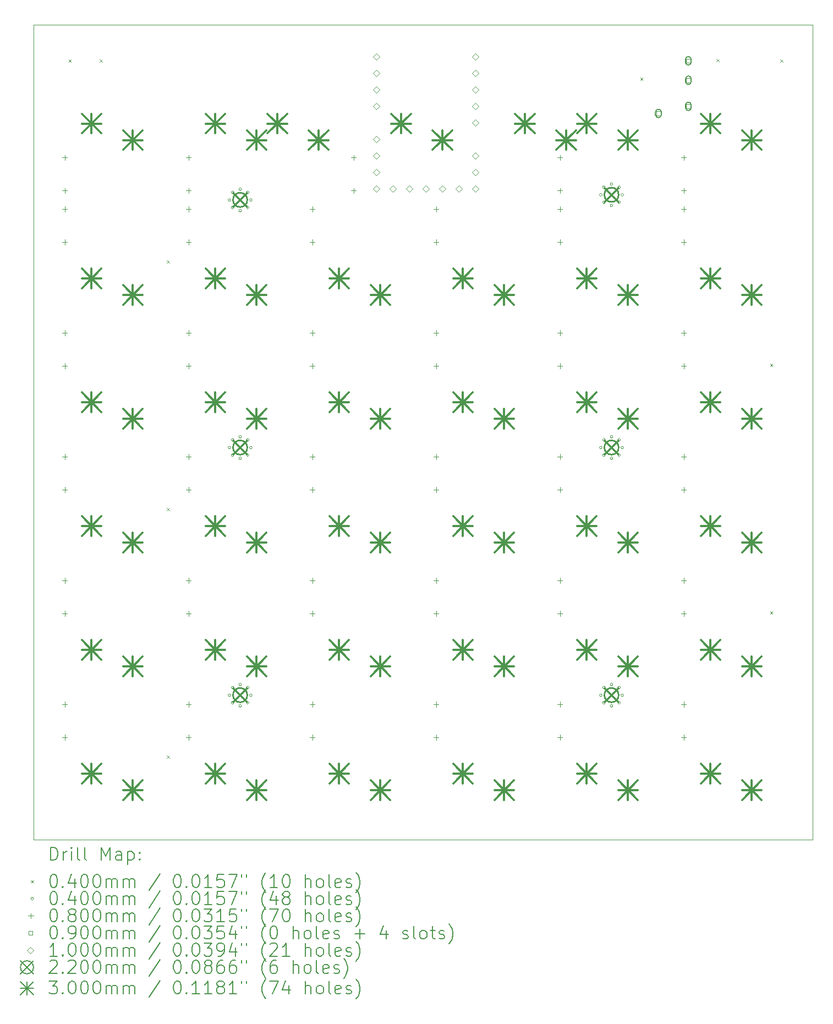
<source format=gbr>
%TF.GenerationSoftware,KiCad,Pcbnew,7.0.7*%
%TF.CreationDate,2023-11-21T20:39:56+01:00*%
%TF.ProjectId,tekskey-v2-molten,74656b73-6b65-4792-9d76-322d6d6f6c74,rev?*%
%TF.SameCoordinates,Original*%
%TF.FileFunction,Drillmap*%
%TF.FilePolarity,Positive*%
%FSLAX45Y45*%
G04 Gerber Fmt 4.5, Leading zero omitted, Abs format (unit mm)*
G04 Created by KiCad (PCBNEW 7.0.7) date 2023-11-21 20:39:56*
%MOMM*%
%LPD*%
G01*
G04 APERTURE LIST*
%ADD10C,0.100000*%
%ADD11C,0.200000*%
%ADD12C,0.040000*%
%ADD13C,0.080000*%
%ADD14C,0.090000*%
%ADD15C,0.220000*%
%ADD16C,0.300000*%
G04 APERTURE END LIST*
D10*
X2857500Y-4445000D02*
X14843125Y-4445000D01*
X14843125Y-16986250D01*
X2857500Y-16986250D01*
X2857500Y-4445000D01*
D11*
D12*
X3393125Y-4980625D02*
X3433125Y-5020625D01*
X3433125Y-4980625D02*
X3393125Y-5020625D01*
X3869375Y-4980625D02*
X3909375Y-5020625D01*
X3909375Y-4980625D02*
X3869375Y-5020625D01*
X4901250Y-8076250D02*
X4941250Y-8116250D01*
X4941250Y-8076250D02*
X4901250Y-8116250D01*
X4901250Y-11886250D02*
X4941250Y-11926250D01*
X4941250Y-11886250D02*
X4901250Y-11926250D01*
X4901250Y-15696250D02*
X4941250Y-15736250D01*
X4941250Y-15696250D02*
X4901250Y-15736250D01*
X12188916Y-5261174D02*
X12228916Y-5301174D01*
X12228916Y-5261174D02*
X12188916Y-5301174D01*
X13360978Y-4976817D02*
X13400978Y-5016817D01*
X13400978Y-4976817D02*
X13360978Y-5016817D01*
X14188125Y-9663750D02*
X14228125Y-9703750D01*
X14228125Y-9663750D02*
X14188125Y-9703750D01*
X14188125Y-13473750D02*
X14228125Y-13513750D01*
X14228125Y-13473750D02*
X14188125Y-13513750D01*
X14346875Y-4980625D02*
X14386875Y-5020625D01*
X14386875Y-4980625D02*
X14346875Y-5020625D01*
X5887500Y-7143750D02*
G75*
G03*
X5887500Y-7143750I-20000J0D01*
G01*
X5887500Y-10953750D02*
G75*
G03*
X5887500Y-10953750I-20000J0D01*
G01*
X5887500Y-14763750D02*
G75*
G03*
X5887500Y-14763750I-20000J0D01*
G01*
X5935827Y-7027077D02*
G75*
G03*
X5935827Y-7027077I-20000J0D01*
G01*
X5935827Y-7260423D02*
G75*
G03*
X5935827Y-7260423I-20000J0D01*
G01*
X5935827Y-10837077D02*
G75*
G03*
X5935827Y-10837077I-20000J0D01*
G01*
X5935827Y-11070423D02*
G75*
G03*
X5935827Y-11070423I-20000J0D01*
G01*
X5935827Y-14647077D02*
G75*
G03*
X5935827Y-14647077I-20000J0D01*
G01*
X5935827Y-14880423D02*
G75*
G03*
X5935827Y-14880423I-20000J0D01*
G01*
X6052500Y-6978750D02*
G75*
G03*
X6052500Y-6978750I-20000J0D01*
G01*
X6052500Y-7308750D02*
G75*
G03*
X6052500Y-7308750I-20000J0D01*
G01*
X6052500Y-10788750D02*
G75*
G03*
X6052500Y-10788750I-20000J0D01*
G01*
X6052500Y-11118750D02*
G75*
G03*
X6052500Y-11118750I-20000J0D01*
G01*
X6052500Y-14598750D02*
G75*
G03*
X6052500Y-14598750I-20000J0D01*
G01*
X6052500Y-14928750D02*
G75*
G03*
X6052500Y-14928750I-20000J0D01*
G01*
X6169173Y-7027077D02*
G75*
G03*
X6169173Y-7027077I-20000J0D01*
G01*
X6169173Y-7260423D02*
G75*
G03*
X6169173Y-7260423I-20000J0D01*
G01*
X6169173Y-10837077D02*
G75*
G03*
X6169173Y-10837077I-20000J0D01*
G01*
X6169173Y-11070423D02*
G75*
G03*
X6169173Y-11070423I-20000J0D01*
G01*
X6169173Y-14647077D02*
G75*
G03*
X6169173Y-14647077I-20000J0D01*
G01*
X6169173Y-14880423D02*
G75*
G03*
X6169173Y-14880423I-20000J0D01*
G01*
X6217500Y-7143750D02*
G75*
G03*
X6217500Y-7143750I-20000J0D01*
G01*
X6217500Y-10953750D02*
G75*
G03*
X6217500Y-10953750I-20000J0D01*
G01*
X6217500Y-14763750D02*
G75*
G03*
X6217500Y-14763750I-20000J0D01*
G01*
X11602500Y-7064375D02*
G75*
G03*
X11602500Y-7064375I-20000J0D01*
G01*
X11602500Y-10953750D02*
G75*
G03*
X11602500Y-10953750I-20000J0D01*
G01*
X11602500Y-14763750D02*
G75*
G03*
X11602500Y-14763750I-20000J0D01*
G01*
X11650827Y-6947702D02*
G75*
G03*
X11650827Y-6947702I-20000J0D01*
G01*
X11650827Y-7181048D02*
G75*
G03*
X11650827Y-7181048I-20000J0D01*
G01*
X11650827Y-10837077D02*
G75*
G03*
X11650827Y-10837077I-20000J0D01*
G01*
X11650827Y-11070423D02*
G75*
G03*
X11650827Y-11070423I-20000J0D01*
G01*
X11650827Y-14647077D02*
G75*
G03*
X11650827Y-14647077I-20000J0D01*
G01*
X11650827Y-14880423D02*
G75*
G03*
X11650827Y-14880423I-20000J0D01*
G01*
X11767500Y-6899375D02*
G75*
G03*
X11767500Y-6899375I-20000J0D01*
G01*
X11767500Y-7229375D02*
G75*
G03*
X11767500Y-7229375I-20000J0D01*
G01*
X11767500Y-10788750D02*
G75*
G03*
X11767500Y-10788750I-20000J0D01*
G01*
X11767500Y-11118750D02*
G75*
G03*
X11767500Y-11118750I-20000J0D01*
G01*
X11767500Y-14598750D02*
G75*
G03*
X11767500Y-14598750I-20000J0D01*
G01*
X11767500Y-14928750D02*
G75*
G03*
X11767500Y-14928750I-20000J0D01*
G01*
X11884173Y-6947702D02*
G75*
G03*
X11884173Y-6947702I-20000J0D01*
G01*
X11884173Y-7181048D02*
G75*
G03*
X11884173Y-7181048I-20000J0D01*
G01*
X11884173Y-10837077D02*
G75*
G03*
X11884173Y-10837077I-20000J0D01*
G01*
X11884173Y-11070423D02*
G75*
G03*
X11884173Y-11070423I-20000J0D01*
G01*
X11884173Y-14647077D02*
G75*
G03*
X11884173Y-14647077I-20000J0D01*
G01*
X11884173Y-14880423D02*
G75*
G03*
X11884173Y-14880423I-20000J0D01*
G01*
X11932500Y-7064375D02*
G75*
G03*
X11932500Y-7064375I-20000J0D01*
G01*
X11932500Y-10953750D02*
G75*
G03*
X11932500Y-10953750I-20000J0D01*
G01*
X11932500Y-14763750D02*
G75*
G03*
X11932500Y-14763750I-20000J0D01*
G01*
D13*
X3333750Y-6452875D02*
X3333750Y-6532875D01*
X3293750Y-6492875D02*
X3373750Y-6492875D01*
X3333750Y-6960875D02*
X3333750Y-7040875D01*
X3293750Y-7000875D02*
X3373750Y-7000875D01*
X3333750Y-7246625D02*
X3333750Y-7326625D01*
X3293750Y-7286625D02*
X3373750Y-7286625D01*
X3333750Y-7754625D02*
X3333750Y-7834625D01*
X3293750Y-7794625D02*
X3373750Y-7794625D01*
X3333750Y-9151625D02*
X3333750Y-9231625D01*
X3293750Y-9191625D02*
X3373750Y-9191625D01*
X3333750Y-9659625D02*
X3333750Y-9739625D01*
X3293750Y-9699625D02*
X3373750Y-9699625D01*
X3333750Y-11056625D02*
X3333750Y-11136625D01*
X3293750Y-11096625D02*
X3373750Y-11096625D01*
X3333750Y-11564625D02*
X3333750Y-11644625D01*
X3293750Y-11604625D02*
X3373750Y-11604625D01*
X3333750Y-12961625D02*
X3333750Y-13041625D01*
X3293750Y-13001625D02*
X3373750Y-13001625D01*
X3333750Y-13469625D02*
X3333750Y-13549625D01*
X3293750Y-13509625D02*
X3373750Y-13509625D01*
X3333750Y-14866625D02*
X3333750Y-14946625D01*
X3293750Y-14906625D02*
X3373750Y-14906625D01*
X3333750Y-15374625D02*
X3333750Y-15454625D01*
X3293750Y-15414625D02*
X3373750Y-15414625D01*
X5238750Y-6452875D02*
X5238750Y-6532875D01*
X5198750Y-6492875D02*
X5278750Y-6492875D01*
X5238750Y-6960875D02*
X5238750Y-7040875D01*
X5198750Y-7000875D02*
X5278750Y-7000875D01*
X5238750Y-7246625D02*
X5238750Y-7326625D01*
X5198750Y-7286625D02*
X5278750Y-7286625D01*
X5238750Y-7754625D02*
X5238750Y-7834625D01*
X5198750Y-7794625D02*
X5278750Y-7794625D01*
X5238750Y-9151625D02*
X5238750Y-9231625D01*
X5198750Y-9191625D02*
X5278750Y-9191625D01*
X5238750Y-9659625D02*
X5238750Y-9739625D01*
X5198750Y-9699625D02*
X5278750Y-9699625D01*
X5238750Y-11056625D02*
X5238750Y-11136625D01*
X5198750Y-11096625D02*
X5278750Y-11096625D01*
X5238750Y-11564625D02*
X5238750Y-11644625D01*
X5198750Y-11604625D02*
X5278750Y-11604625D01*
X5238750Y-12961625D02*
X5238750Y-13041625D01*
X5198750Y-13001625D02*
X5278750Y-13001625D01*
X5238750Y-13469625D02*
X5238750Y-13549625D01*
X5198750Y-13509625D02*
X5278750Y-13509625D01*
X5238750Y-14866625D02*
X5238750Y-14946625D01*
X5198750Y-14906625D02*
X5278750Y-14906625D01*
X5238750Y-15374625D02*
X5238750Y-15454625D01*
X5198750Y-15414625D02*
X5278750Y-15414625D01*
X7143750Y-7246625D02*
X7143750Y-7326625D01*
X7103750Y-7286625D02*
X7183750Y-7286625D01*
X7143750Y-7754625D02*
X7143750Y-7834625D01*
X7103750Y-7794625D02*
X7183750Y-7794625D01*
X7143750Y-9151625D02*
X7143750Y-9231625D01*
X7103750Y-9191625D02*
X7183750Y-9191625D01*
X7143750Y-9659625D02*
X7143750Y-9739625D01*
X7103750Y-9699625D02*
X7183750Y-9699625D01*
X7143750Y-11056625D02*
X7143750Y-11136625D01*
X7103750Y-11096625D02*
X7183750Y-11096625D01*
X7143750Y-11564625D02*
X7143750Y-11644625D01*
X7103750Y-11604625D02*
X7183750Y-11604625D01*
X7143750Y-12961625D02*
X7143750Y-13041625D01*
X7103750Y-13001625D02*
X7183750Y-13001625D01*
X7143750Y-13469625D02*
X7143750Y-13549625D01*
X7103750Y-13509625D02*
X7183750Y-13509625D01*
X7143750Y-14866625D02*
X7143750Y-14946625D01*
X7103750Y-14906625D02*
X7183750Y-14906625D01*
X7143750Y-15374625D02*
X7143750Y-15454625D01*
X7103750Y-15414625D02*
X7183750Y-15414625D01*
X7778750Y-6452875D02*
X7778750Y-6532875D01*
X7738750Y-6492875D02*
X7818750Y-6492875D01*
X7778750Y-6960875D02*
X7778750Y-7040875D01*
X7738750Y-7000875D02*
X7818750Y-7000875D01*
X9048750Y-7246625D02*
X9048750Y-7326625D01*
X9008750Y-7286625D02*
X9088750Y-7286625D01*
X9048750Y-7754625D02*
X9048750Y-7834625D01*
X9008750Y-7794625D02*
X9088750Y-7794625D01*
X9048750Y-9151625D02*
X9048750Y-9231625D01*
X9008750Y-9191625D02*
X9088750Y-9191625D01*
X9048750Y-9659625D02*
X9048750Y-9739625D01*
X9008750Y-9699625D02*
X9088750Y-9699625D01*
X9048750Y-11056625D02*
X9048750Y-11136625D01*
X9008750Y-11096625D02*
X9088750Y-11096625D01*
X9048750Y-11564625D02*
X9048750Y-11644625D01*
X9008750Y-11604625D02*
X9088750Y-11604625D01*
X9048750Y-12961625D02*
X9048750Y-13041625D01*
X9008750Y-13001625D02*
X9088750Y-13001625D01*
X9048750Y-13469625D02*
X9048750Y-13549625D01*
X9008750Y-13509625D02*
X9088750Y-13509625D01*
X9048750Y-14866625D02*
X9048750Y-14946625D01*
X9008750Y-14906625D02*
X9088750Y-14906625D01*
X9048750Y-15374625D02*
X9048750Y-15454625D01*
X9008750Y-15414625D02*
X9088750Y-15414625D01*
X10953750Y-6452875D02*
X10953750Y-6532875D01*
X10913750Y-6492875D02*
X10993750Y-6492875D01*
X10953750Y-6960875D02*
X10953750Y-7040875D01*
X10913750Y-7000875D02*
X10993750Y-7000875D01*
X10953750Y-7246625D02*
X10953750Y-7326625D01*
X10913750Y-7286625D02*
X10993750Y-7286625D01*
X10953750Y-7754625D02*
X10953750Y-7834625D01*
X10913750Y-7794625D02*
X10993750Y-7794625D01*
X10953750Y-9151625D02*
X10953750Y-9231625D01*
X10913750Y-9191625D02*
X10993750Y-9191625D01*
X10953750Y-9659625D02*
X10953750Y-9739625D01*
X10913750Y-9699625D02*
X10993750Y-9699625D01*
X10953750Y-11056625D02*
X10953750Y-11136625D01*
X10913750Y-11096625D02*
X10993750Y-11096625D01*
X10953750Y-11564625D02*
X10953750Y-11644625D01*
X10913750Y-11604625D02*
X10993750Y-11604625D01*
X10953750Y-12961625D02*
X10953750Y-13041625D01*
X10913750Y-13001625D02*
X10993750Y-13001625D01*
X10953750Y-13469625D02*
X10953750Y-13549625D01*
X10913750Y-13509625D02*
X10993750Y-13509625D01*
X10953750Y-14866625D02*
X10953750Y-14946625D01*
X10913750Y-14906625D02*
X10993750Y-14906625D01*
X10953750Y-15374625D02*
X10953750Y-15454625D01*
X10913750Y-15414625D02*
X10993750Y-15414625D01*
X12858750Y-6452875D02*
X12858750Y-6532875D01*
X12818750Y-6492875D02*
X12898750Y-6492875D01*
X12858750Y-6960875D02*
X12858750Y-7040875D01*
X12818750Y-7000875D02*
X12898750Y-7000875D01*
X12858750Y-7246625D02*
X12858750Y-7326625D01*
X12818750Y-7286625D02*
X12898750Y-7286625D01*
X12858750Y-7754625D02*
X12858750Y-7834625D01*
X12818750Y-7794625D02*
X12898750Y-7794625D01*
X12858750Y-9151625D02*
X12858750Y-9231625D01*
X12818750Y-9191625D02*
X12898750Y-9191625D01*
X12858750Y-9659625D02*
X12858750Y-9739625D01*
X12818750Y-9699625D02*
X12898750Y-9699625D01*
X12858750Y-11056625D02*
X12858750Y-11136625D01*
X12818750Y-11096625D02*
X12898750Y-11096625D01*
X12858750Y-11564625D02*
X12858750Y-11644625D01*
X12818750Y-11604625D02*
X12898750Y-11604625D01*
X12858750Y-12961625D02*
X12858750Y-13041625D01*
X12818750Y-13001625D02*
X12898750Y-13001625D01*
X12858750Y-13469625D02*
X12858750Y-13549625D01*
X12818750Y-13509625D02*
X12898750Y-13509625D01*
X12858750Y-14866625D02*
X12858750Y-14946625D01*
X12818750Y-14906625D02*
X12898750Y-14906625D01*
X12858750Y-15374625D02*
X12858750Y-15454625D01*
X12818750Y-15414625D02*
X12898750Y-15414625D01*
D14*
X12501820Y-5844945D02*
X12501820Y-5781305D01*
X12438180Y-5781305D01*
X12438180Y-5844945D01*
X12501820Y-5844945D01*
D11*
X12425000Y-5793125D02*
X12425000Y-5833125D01*
X12425000Y-5833125D02*
G75*
G03*
X12515000Y-5833125I45000J0D01*
G01*
X12515000Y-5833125D02*
X12515000Y-5793125D01*
X12515000Y-5793125D02*
G75*
G03*
X12425000Y-5793125I-45000J0D01*
G01*
D14*
X12961820Y-5034945D02*
X12961820Y-4971305D01*
X12898180Y-4971305D01*
X12898180Y-5034945D01*
X12961820Y-5034945D01*
D11*
X12885000Y-4983125D02*
X12885000Y-5023125D01*
X12885000Y-5023125D02*
G75*
G03*
X12975000Y-5023125I45000J0D01*
G01*
X12975000Y-5023125D02*
X12975000Y-4983125D01*
X12975000Y-4983125D02*
G75*
G03*
X12885000Y-4983125I-45000J0D01*
G01*
D14*
X12961820Y-5334945D02*
X12961820Y-5271305D01*
X12898180Y-5271305D01*
X12898180Y-5334945D01*
X12961820Y-5334945D01*
D11*
X12885000Y-5283125D02*
X12885000Y-5323125D01*
X12885000Y-5323125D02*
G75*
G03*
X12975000Y-5323125I45000J0D01*
G01*
X12975000Y-5323125D02*
X12975000Y-5283125D01*
X12975000Y-5283125D02*
G75*
G03*
X12885000Y-5283125I-45000J0D01*
G01*
D14*
X12961820Y-5734945D02*
X12961820Y-5671305D01*
X12898180Y-5671305D01*
X12898180Y-5734945D01*
X12961820Y-5734945D01*
D11*
X12885000Y-5683125D02*
X12885000Y-5723125D01*
X12885000Y-5723125D02*
G75*
G03*
X12975000Y-5723125I45000J0D01*
G01*
X12975000Y-5723125D02*
X12975000Y-5683125D01*
X12975000Y-5683125D02*
G75*
G03*
X12885000Y-5683125I-45000J0D01*
G01*
D10*
X8128000Y-4987125D02*
X8178000Y-4937125D01*
X8128000Y-4887125D01*
X8078000Y-4937125D01*
X8128000Y-4987125D01*
X8128000Y-5241125D02*
X8178000Y-5191125D01*
X8128000Y-5141125D01*
X8078000Y-5191125D01*
X8128000Y-5241125D01*
X8128000Y-5495125D02*
X8178000Y-5445125D01*
X8128000Y-5395125D01*
X8078000Y-5445125D01*
X8128000Y-5495125D01*
X8128000Y-5749125D02*
X8178000Y-5699125D01*
X8128000Y-5649125D01*
X8078000Y-5699125D01*
X8128000Y-5749125D01*
X8128000Y-6257125D02*
X8178000Y-6207125D01*
X8128000Y-6157125D01*
X8078000Y-6207125D01*
X8128000Y-6257125D01*
X8128000Y-6511125D02*
X8178000Y-6461125D01*
X8128000Y-6411125D01*
X8078000Y-6461125D01*
X8128000Y-6511125D01*
X8128000Y-6765125D02*
X8178000Y-6715125D01*
X8128000Y-6665125D01*
X8078000Y-6715125D01*
X8128000Y-6765125D01*
X8128000Y-7019125D02*
X8178000Y-6969125D01*
X8128000Y-6919125D01*
X8078000Y-6969125D01*
X8128000Y-7019125D01*
X8382000Y-7019125D02*
X8432000Y-6969125D01*
X8382000Y-6919125D01*
X8332000Y-6969125D01*
X8382000Y-7019125D01*
X8636000Y-7019125D02*
X8686000Y-6969125D01*
X8636000Y-6919125D01*
X8586000Y-6969125D01*
X8636000Y-7019125D01*
X8890000Y-7019125D02*
X8940000Y-6969125D01*
X8890000Y-6919125D01*
X8840000Y-6969125D01*
X8890000Y-7019125D01*
X9144000Y-7019125D02*
X9194000Y-6969125D01*
X9144000Y-6919125D01*
X9094000Y-6969125D01*
X9144000Y-7019125D01*
X9398000Y-7019125D02*
X9448000Y-6969125D01*
X9398000Y-6919125D01*
X9348000Y-6969125D01*
X9398000Y-7019125D01*
X9652000Y-4987125D02*
X9702000Y-4937125D01*
X9652000Y-4887125D01*
X9602000Y-4937125D01*
X9652000Y-4987125D01*
X9652000Y-5241125D02*
X9702000Y-5191125D01*
X9652000Y-5141125D01*
X9602000Y-5191125D01*
X9652000Y-5241125D01*
X9652000Y-5495125D02*
X9702000Y-5445125D01*
X9652000Y-5395125D01*
X9602000Y-5445125D01*
X9652000Y-5495125D01*
X9652000Y-5749125D02*
X9702000Y-5699125D01*
X9652000Y-5649125D01*
X9602000Y-5699125D01*
X9652000Y-5749125D01*
X9652000Y-6003125D02*
X9702000Y-5953125D01*
X9652000Y-5903125D01*
X9602000Y-5953125D01*
X9652000Y-6003125D01*
X9652000Y-6511125D02*
X9702000Y-6461125D01*
X9652000Y-6411125D01*
X9602000Y-6461125D01*
X9652000Y-6511125D01*
X9652000Y-6765125D02*
X9702000Y-6715125D01*
X9652000Y-6665125D01*
X9602000Y-6715125D01*
X9652000Y-6765125D01*
X9652000Y-7019125D02*
X9702000Y-6969125D01*
X9652000Y-6919125D01*
X9602000Y-6969125D01*
X9652000Y-7019125D01*
D15*
X5922500Y-7033750D02*
X6142500Y-7253750D01*
X6142500Y-7033750D02*
X5922500Y-7253750D01*
X6142500Y-7143750D02*
G75*
G03*
X6142500Y-7143750I-110000J0D01*
G01*
X5922500Y-10843750D02*
X6142500Y-11063750D01*
X6142500Y-10843750D02*
X5922500Y-11063750D01*
X6142500Y-10953750D02*
G75*
G03*
X6142500Y-10953750I-110000J0D01*
G01*
X5922500Y-14653750D02*
X6142500Y-14873750D01*
X6142500Y-14653750D02*
X5922500Y-14873750D01*
X6142500Y-14763750D02*
G75*
G03*
X6142500Y-14763750I-110000J0D01*
G01*
X11637500Y-6954375D02*
X11857500Y-7174375D01*
X11857500Y-6954375D02*
X11637500Y-7174375D01*
X11857500Y-7064375D02*
G75*
G03*
X11857500Y-7064375I-110000J0D01*
G01*
X11637500Y-10843750D02*
X11857500Y-11063750D01*
X11857500Y-10843750D02*
X11637500Y-11063750D01*
X11857500Y-10953750D02*
G75*
G03*
X11857500Y-10953750I-110000J0D01*
G01*
X11637500Y-14653750D02*
X11857500Y-14873750D01*
X11857500Y-14653750D02*
X11637500Y-14873750D01*
X11857500Y-14763750D02*
G75*
G03*
X11857500Y-14763750I-110000J0D01*
G01*
D16*
X3596500Y-5819000D02*
X3896500Y-6119000D01*
X3896500Y-5819000D02*
X3596500Y-6119000D01*
X3746500Y-5819000D02*
X3746500Y-6119000D01*
X3596500Y-5969000D02*
X3896500Y-5969000D01*
X3596500Y-8200250D02*
X3896500Y-8500250D01*
X3896500Y-8200250D02*
X3596500Y-8500250D01*
X3746500Y-8200250D02*
X3746500Y-8500250D01*
X3596500Y-8350250D02*
X3896500Y-8350250D01*
X3596500Y-10105250D02*
X3896500Y-10405250D01*
X3896500Y-10105250D02*
X3596500Y-10405250D01*
X3746500Y-10105250D02*
X3746500Y-10405250D01*
X3596500Y-10255250D02*
X3896500Y-10255250D01*
X3596500Y-12010250D02*
X3896500Y-12310250D01*
X3896500Y-12010250D02*
X3596500Y-12310250D01*
X3746500Y-12010250D02*
X3746500Y-12310250D01*
X3596500Y-12160250D02*
X3896500Y-12160250D01*
X3596500Y-13915250D02*
X3896500Y-14215250D01*
X3896500Y-13915250D02*
X3596500Y-14215250D01*
X3746500Y-13915250D02*
X3746500Y-14215250D01*
X3596500Y-14065250D02*
X3896500Y-14065250D01*
X3596500Y-15820250D02*
X3896500Y-16120250D01*
X3896500Y-15820250D02*
X3596500Y-16120250D01*
X3746500Y-15820250D02*
X3746500Y-16120250D01*
X3596500Y-15970250D02*
X3896500Y-15970250D01*
X4231500Y-6073000D02*
X4531500Y-6373000D01*
X4531500Y-6073000D02*
X4231500Y-6373000D01*
X4381500Y-6073000D02*
X4381500Y-6373000D01*
X4231500Y-6223000D02*
X4531500Y-6223000D01*
X4231500Y-8454250D02*
X4531500Y-8754250D01*
X4531500Y-8454250D02*
X4231500Y-8754250D01*
X4381500Y-8454250D02*
X4381500Y-8754250D01*
X4231500Y-8604250D02*
X4531500Y-8604250D01*
X4231500Y-10359250D02*
X4531500Y-10659250D01*
X4531500Y-10359250D02*
X4231500Y-10659250D01*
X4381500Y-10359250D02*
X4381500Y-10659250D01*
X4231500Y-10509250D02*
X4531500Y-10509250D01*
X4231500Y-12264250D02*
X4531500Y-12564250D01*
X4531500Y-12264250D02*
X4231500Y-12564250D01*
X4381500Y-12264250D02*
X4381500Y-12564250D01*
X4231500Y-12414250D02*
X4531500Y-12414250D01*
X4231500Y-14169250D02*
X4531500Y-14469250D01*
X4531500Y-14169250D02*
X4231500Y-14469250D01*
X4381500Y-14169250D02*
X4381500Y-14469250D01*
X4231500Y-14319250D02*
X4531500Y-14319250D01*
X4231500Y-16074250D02*
X4531500Y-16374250D01*
X4531500Y-16074250D02*
X4231500Y-16374250D01*
X4381500Y-16074250D02*
X4381500Y-16374250D01*
X4231500Y-16224250D02*
X4531500Y-16224250D01*
X5501500Y-5819000D02*
X5801500Y-6119000D01*
X5801500Y-5819000D02*
X5501500Y-6119000D01*
X5651500Y-5819000D02*
X5651500Y-6119000D01*
X5501500Y-5969000D02*
X5801500Y-5969000D01*
X5501500Y-8200250D02*
X5801500Y-8500250D01*
X5801500Y-8200250D02*
X5501500Y-8500250D01*
X5651500Y-8200250D02*
X5651500Y-8500250D01*
X5501500Y-8350250D02*
X5801500Y-8350250D01*
X5501500Y-10105250D02*
X5801500Y-10405250D01*
X5801500Y-10105250D02*
X5501500Y-10405250D01*
X5651500Y-10105250D02*
X5651500Y-10405250D01*
X5501500Y-10255250D02*
X5801500Y-10255250D01*
X5501500Y-12010250D02*
X5801500Y-12310250D01*
X5801500Y-12010250D02*
X5501500Y-12310250D01*
X5651500Y-12010250D02*
X5651500Y-12310250D01*
X5501500Y-12160250D02*
X5801500Y-12160250D01*
X5501500Y-13915250D02*
X5801500Y-14215250D01*
X5801500Y-13915250D02*
X5501500Y-14215250D01*
X5651500Y-13915250D02*
X5651500Y-14215250D01*
X5501500Y-14065250D02*
X5801500Y-14065250D01*
X5501500Y-15820250D02*
X5801500Y-16120250D01*
X5801500Y-15820250D02*
X5501500Y-16120250D01*
X5651500Y-15820250D02*
X5651500Y-16120250D01*
X5501500Y-15970250D02*
X5801500Y-15970250D01*
X6136500Y-6073000D02*
X6436500Y-6373000D01*
X6436500Y-6073000D02*
X6136500Y-6373000D01*
X6286500Y-6073000D02*
X6286500Y-6373000D01*
X6136500Y-6223000D02*
X6436500Y-6223000D01*
X6136500Y-8454250D02*
X6436500Y-8754250D01*
X6436500Y-8454250D02*
X6136500Y-8754250D01*
X6286500Y-8454250D02*
X6286500Y-8754250D01*
X6136500Y-8604250D02*
X6436500Y-8604250D01*
X6136500Y-10359250D02*
X6436500Y-10659250D01*
X6436500Y-10359250D02*
X6136500Y-10659250D01*
X6286500Y-10359250D02*
X6286500Y-10659250D01*
X6136500Y-10509250D02*
X6436500Y-10509250D01*
X6136500Y-12264250D02*
X6436500Y-12564250D01*
X6436500Y-12264250D02*
X6136500Y-12564250D01*
X6286500Y-12264250D02*
X6286500Y-12564250D01*
X6136500Y-12414250D02*
X6436500Y-12414250D01*
X6136500Y-14169250D02*
X6436500Y-14469250D01*
X6436500Y-14169250D02*
X6136500Y-14469250D01*
X6286500Y-14169250D02*
X6286500Y-14469250D01*
X6136500Y-14319250D02*
X6436500Y-14319250D01*
X6136500Y-16074250D02*
X6436500Y-16374250D01*
X6436500Y-16074250D02*
X6136500Y-16374250D01*
X6286500Y-16074250D02*
X6286500Y-16374250D01*
X6136500Y-16224250D02*
X6436500Y-16224250D01*
X6454000Y-5819000D02*
X6754000Y-6119000D01*
X6754000Y-5819000D02*
X6454000Y-6119000D01*
X6604000Y-5819000D02*
X6604000Y-6119000D01*
X6454000Y-5969000D02*
X6754000Y-5969000D01*
X7089000Y-6073000D02*
X7389000Y-6373000D01*
X7389000Y-6073000D02*
X7089000Y-6373000D01*
X7239000Y-6073000D02*
X7239000Y-6373000D01*
X7089000Y-6223000D02*
X7389000Y-6223000D01*
X7406500Y-8200250D02*
X7706500Y-8500250D01*
X7706500Y-8200250D02*
X7406500Y-8500250D01*
X7556500Y-8200250D02*
X7556500Y-8500250D01*
X7406500Y-8350250D02*
X7706500Y-8350250D01*
X7406500Y-10105250D02*
X7706500Y-10405250D01*
X7706500Y-10105250D02*
X7406500Y-10405250D01*
X7556500Y-10105250D02*
X7556500Y-10405250D01*
X7406500Y-10255250D02*
X7706500Y-10255250D01*
X7406500Y-12010250D02*
X7706500Y-12310250D01*
X7706500Y-12010250D02*
X7406500Y-12310250D01*
X7556500Y-12010250D02*
X7556500Y-12310250D01*
X7406500Y-12160250D02*
X7706500Y-12160250D01*
X7406500Y-13915250D02*
X7706500Y-14215250D01*
X7706500Y-13915250D02*
X7406500Y-14215250D01*
X7556500Y-13915250D02*
X7556500Y-14215250D01*
X7406500Y-14065250D02*
X7706500Y-14065250D01*
X7406500Y-15820250D02*
X7706500Y-16120250D01*
X7706500Y-15820250D02*
X7406500Y-16120250D01*
X7556500Y-15820250D02*
X7556500Y-16120250D01*
X7406500Y-15970250D02*
X7706500Y-15970250D01*
X8041500Y-8454250D02*
X8341500Y-8754250D01*
X8341500Y-8454250D02*
X8041500Y-8754250D01*
X8191500Y-8454250D02*
X8191500Y-8754250D01*
X8041500Y-8604250D02*
X8341500Y-8604250D01*
X8041500Y-10359250D02*
X8341500Y-10659250D01*
X8341500Y-10359250D02*
X8041500Y-10659250D01*
X8191500Y-10359250D02*
X8191500Y-10659250D01*
X8041500Y-10509250D02*
X8341500Y-10509250D01*
X8041500Y-12264250D02*
X8341500Y-12564250D01*
X8341500Y-12264250D02*
X8041500Y-12564250D01*
X8191500Y-12264250D02*
X8191500Y-12564250D01*
X8041500Y-12414250D02*
X8341500Y-12414250D01*
X8041500Y-14169250D02*
X8341500Y-14469250D01*
X8341500Y-14169250D02*
X8041500Y-14469250D01*
X8191500Y-14169250D02*
X8191500Y-14469250D01*
X8041500Y-14319250D02*
X8341500Y-14319250D01*
X8041500Y-16074250D02*
X8341500Y-16374250D01*
X8341500Y-16074250D02*
X8041500Y-16374250D01*
X8191500Y-16074250D02*
X8191500Y-16374250D01*
X8041500Y-16224250D02*
X8341500Y-16224250D01*
X8359000Y-5819000D02*
X8659000Y-6119000D01*
X8659000Y-5819000D02*
X8359000Y-6119000D01*
X8509000Y-5819000D02*
X8509000Y-6119000D01*
X8359000Y-5969000D02*
X8659000Y-5969000D01*
X8994000Y-6073000D02*
X9294000Y-6373000D01*
X9294000Y-6073000D02*
X8994000Y-6373000D01*
X9144000Y-6073000D02*
X9144000Y-6373000D01*
X8994000Y-6223000D02*
X9294000Y-6223000D01*
X9311500Y-8200250D02*
X9611500Y-8500250D01*
X9611500Y-8200250D02*
X9311500Y-8500250D01*
X9461500Y-8200250D02*
X9461500Y-8500250D01*
X9311500Y-8350250D02*
X9611500Y-8350250D01*
X9311500Y-10105250D02*
X9611500Y-10405250D01*
X9611500Y-10105250D02*
X9311500Y-10405250D01*
X9461500Y-10105250D02*
X9461500Y-10405250D01*
X9311500Y-10255250D02*
X9611500Y-10255250D01*
X9311500Y-12010250D02*
X9611500Y-12310250D01*
X9611500Y-12010250D02*
X9311500Y-12310250D01*
X9461500Y-12010250D02*
X9461500Y-12310250D01*
X9311500Y-12160250D02*
X9611500Y-12160250D01*
X9311500Y-13915250D02*
X9611500Y-14215250D01*
X9611500Y-13915250D02*
X9311500Y-14215250D01*
X9461500Y-13915250D02*
X9461500Y-14215250D01*
X9311500Y-14065250D02*
X9611500Y-14065250D01*
X9311500Y-15820250D02*
X9611500Y-16120250D01*
X9611500Y-15820250D02*
X9311500Y-16120250D01*
X9461500Y-15820250D02*
X9461500Y-16120250D01*
X9311500Y-15970250D02*
X9611500Y-15970250D01*
X9946500Y-8454250D02*
X10246500Y-8754250D01*
X10246500Y-8454250D02*
X9946500Y-8754250D01*
X10096500Y-8454250D02*
X10096500Y-8754250D01*
X9946500Y-8604250D02*
X10246500Y-8604250D01*
X9946500Y-10359250D02*
X10246500Y-10659250D01*
X10246500Y-10359250D02*
X9946500Y-10659250D01*
X10096500Y-10359250D02*
X10096500Y-10659250D01*
X9946500Y-10509250D02*
X10246500Y-10509250D01*
X9946500Y-12264250D02*
X10246500Y-12564250D01*
X10246500Y-12264250D02*
X9946500Y-12564250D01*
X10096500Y-12264250D02*
X10096500Y-12564250D01*
X9946500Y-12414250D02*
X10246500Y-12414250D01*
X9946500Y-14169250D02*
X10246500Y-14469250D01*
X10246500Y-14169250D02*
X9946500Y-14469250D01*
X10096500Y-14169250D02*
X10096500Y-14469250D01*
X9946500Y-14319250D02*
X10246500Y-14319250D01*
X9946500Y-16074250D02*
X10246500Y-16374250D01*
X10246500Y-16074250D02*
X9946500Y-16374250D01*
X10096500Y-16074250D02*
X10096500Y-16374250D01*
X9946500Y-16224250D02*
X10246500Y-16224250D01*
X10264000Y-5819000D02*
X10564000Y-6119000D01*
X10564000Y-5819000D02*
X10264000Y-6119000D01*
X10414000Y-5819000D02*
X10414000Y-6119000D01*
X10264000Y-5969000D02*
X10564000Y-5969000D01*
X10899000Y-6073000D02*
X11199000Y-6373000D01*
X11199000Y-6073000D02*
X10899000Y-6373000D01*
X11049000Y-6073000D02*
X11049000Y-6373000D01*
X10899000Y-6223000D02*
X11199000Y-6223000D01*
X11216500Y-5819000D02*
X11516500Y-6119000D01*
X11516500Y-5819000D02*
X11216500Y-6119000D01*
X11366500Y-5819000D02*
X11366500Y-6119000D01*
X11216500Y-5969000D02*
X11516500Y-5969000D01*
X11216500Y-8200250D02*
X11516500Y-8500250D01*
X11516500Y-8200250D02*
X11216500Y-8500250D01*
X11366500Y-8200250D02*
X11366500Y-8500250D01*
X11216500Y-8350250D02*
X11516500Y-8350250D01*
X11216500Y-10105250D02*
X11516500Y-10405250D01*
X11516500Y-10105250D02*
X11216500Y-10405250D01*
X11366500Y-10105250D02*
X11366500Y-10405250D01*
X11216500Y-10255250D02*
X11516500Y-10255250D01*
X11216500Y-12010250D02*
X11516500Y-12310250D01*
X11516500Y-12010250D02*
X11216500Y-12310250D01*
X11366500Y-12010250D02*
X11366500Y-12310250D01*
X11216500Y-12160250D02*
X11516500Y-12160250D01*
X11216500Y-13915250D02*
X11516500Y-14215250D01*
X11516500Y-13915250D02*
X11216500Y-14215250D01*
X11366500Y-13915250D02*
X11366500Y-14215250D01*
X11216500Y-14065250D02*
X11516500Y-14065250D01*
X11216500Y-15820250D02*
X11516500Y-16120250D01*
X11516500Y-15820250D02*
X11216500Y-16120250D01*
X11366500Y-15820250D02*
X11366500Y-16120250D01*
X11216500Y-15970250D02*
X11516500Y-15970250D01*
X11851500Y-6073000D02*
X12151500Y-6373000D01*
X12151500Y-6073000D02*
X11851500Y-6373000D01*
X12001500Y-6073000D02*
X12001500Y-6373000D01*
X11851500Y-6223000D02*
X12151500Y-6223000D01*
X11851500Y-8454250D02*
X12151500Y-8754250D01*
X12151500Y-8454250D02*
X11851500Y-8754250D01*
X12001500Y-8454250D02*
X12001500Y-8754250D01*
X11851500Y-8604250D02*
X12151500Y-8604250D01*
X11851500Y-10359250D02*
X12151500Y-10659250D01*
X12151500Y-10359250D02*
X11851500Y-10659250D01*
X12001500Y-10359250D02*
X12001500Y-10659250D01*
X11851500Y-10509250D02*
X12151500Y-10509250D01*
X11851500Y-12264250D02*
X12151500Y-12564250D01*
X12151500Y-12264250D02*
X11851500Y-12564250D01*
X12001500Y-12264250D02*
X12001500Y-12564250D01*
X11851500Y-12414250D02*
X12151500Y-12414250D01*
X11851500Y-14169250D02*
X12151500Y-14469250D01*
X12151500Y-14169250D02*
X11851500Y-14469250D01*
X12001500Y-14169250D02*
X12001500Y-14469250D01*
X11851500Y-14319250D02*
X12151500Y-14319250D01*
X11851500Y-16074250D02*
X12151500Y-16374250D01*
X12151500Y-16074250D02*
X11851500Y-16374250D01*
X12001500Y-16074250D02*
X12001500Y-16374250D01*
X11851500Y-16224250D02*
X12151500Y-16224250D01*
X13121500Y-5819000D02*
X13421500Y-6119000D01*
X13421500Y-5819000D02*
X13121500Y-6119000D01*
X13271500Y-5819000D02*
X13271500Y-6119000D01*
X13121500Y-5969000D02*
X13421500Y-5969000D01*
X13121500Y-8200250D02*
X13421500Y-8500250D01*
X13421500Y-8200250D02*
X13121500Y-8500250D01*
X13271500Y-8200250D02*
X13271500Y-8500250D01*
X13121500Y-8350250D02*
X13421500Y-8350250D01*
X13121500Y-10105250D02*
X13421500Y-10405250D01*
X13421500Y-10105250D02*
X13121500Y-10405250D01*
X13271500Y-10105250D02*
X13271500Y-10405250D01*
X13121500Y-10255250D02*
X13421500Y-10255250D01*
X13121500Y-12010250D02*
X13421500Y-12310250D01*
X13421500Y-12010250D02*
X13121500Y-12310250D01*
X13271500Y-12010250D02*
X13271500Y-12310250D01*
X13121500Y-12160250D02*
X13421500Y-12160250D01*
X13121500Y-13915250D02*
X13421500Y-14215250D01*
X13421500Y-13915250D02*
X13121500Y-14215250D01*
X13271500Y-13915250D02*
X13271500Y-14215250D01*
X13121500Y-14065250D02*
X13421500Y-14065250D01*
X13121500Y-15820250D02*
X13421500Y-16120250D01*
X13421500Y-15820250D02*
X13121500Y-16120250D01*
X13271500Y-15820250D02*
X13271500Y-16120250D01*
X13121500Y-15970250D02*
X13421500Y-15970250D01*
X13756500Y-6073000D02*
X14056500Y-6373000D01*
X14056500Y-6073000D02*
X13756500Y-6373000D01*
X13906500Y-6073000D02*
X13906500Y-6373000D01*
X13756500Y-6223000D02*
X14056500Y-6223000D01*
X13756500Y-8454250D02*
X14056500Y-8754250D01*
X14056500Y-8454250D02*
X13756500Y-8754250D01*
X13906500Y-8454250D02*
X13906500Y-8754250D01*
X13756500Y-8604250D02*
X14056500Y-8604250D01*
X13756500Y-10359250D02*
X14056500Y-10659250D01*
X14056500Y-10359250D02*
X13756500Y-10659250D01*
X13906500Y-10359250D02*
X13906500Y-10659250D01*
X13756500Y-10509250D02*
X14056500Y-10509250D01*
X13756500Y-12264250D02*
X14056500Y-12564250D01*
X14056500Y-12264250D02*
X13756500Y-12564250D01*
X13906500Y-12264250D02*
X13906500Y-12564250D01*
X13756500Y-12414250D02*
X14056500Y-12414250D01*
X13756500Y-14169250D02*
X14056500Y-14469250D01*
X14056500Y-14169250D02*
X13756500Y-14469250D01*
X13906500Y-14169250D02*
X13906500Y-14469250D01*
X13756500Y-14319250D02*
X14056500Y-14319250D01*
X13756500Y-16074250D02*
X14056500Y-16374250D01*
X14056500Y-16074250D02*
X13756500Y-16374250D01*
X13906500Y-16074250D02*
X13906500Y-16374250D01*
X13756500Y-16224250D02*
X14056500Y-16224250D01*
D11*
X3113277Y-17302734D02*
X3113277Y-17102734D01*
X3113277Y-17102734D02*
X3160896Y-17102734D01*
X3160896Y-17102734D02*
X3189467Y-17112258D01*
X3189467Y-17112258D02*
X3208515Y-17131305D01*
X3208515Y-17131305D02*
X3218039Y-17150353D01*
X3218039Y-17150353D02*
X3227562Y-17188448D01*
X3227562Y-17188448D02*
X3227562Y-17217020D01*
X3227562Y-17217020D02*
X3218039Y-17255115D01*
X3218039Y-17255115D02*
X3208515Y-17274162D01*
X3208515Y-17274162D02*
X3189467Y-17293210D01*
X3189467Y-17293210D02*
X3160896Y-17302734D01*
X3160896Y-17302734D02*
X3113277Y-17302734D01*
X3313277Y-17302734D02*
X3313277Y-17169400D01*
X3313277Y-17207496D02*
X3322801Y-17188448D01*
X3322801Y-17188448D02*
X3332324Y-17178924D01*
X3332324Y-17178924D02*
X3351372Y-17169400D01*
X3351372Y-17169400D02*
X3370420Y-17169400D01*
X3437086Y-17302734D02*
X3437086Y-17169400D01*
X3437086Y-17102734D02*
X3427562Y-17112258D01*
X3427562Y-17112258D02*
X3437086Y-17121781D01*
X3437086Y-17121781D02*
X3446610Y-17112258D01*
X3446610Y-17112258D02*
X3437086Y-17102734D01*
X3437086Y-17102734D02*
X3437086Y-17121781D01*
X3560896Y-17302734D02*
X3541848Y-17293210D01*
X3541848Y-17293210D02*
X3532324Y-17274162D01*
X3532324Y-17274162D02*
X3532324Y-17102734D01*
X3665658Y-17302734D02*
X3646610Y-17293210D01*
X3646610Y-17293210D02*
X3637086Y-17274162D01*
X3637086Y-17274162D02*
X3637086Y-17102734D01*
X3894229Y-17302734D02*
X3894229Y-17102734D01*
X3894229Y-17102734D02*
X3960896Y-17245591D01*
X3960896Y-17245591D02*
X4027562Y-17102734D01*
X4027562Y-17102734D02*
X4027562Y-17302734D01*
X4208515Y-17302734D02*
X4208515Y-17197972D01*
X4208515Y-17197972D02*
X4198991Y-17178924D01*
X4198991Y-17178924D02*
X4179943Y-17169400D01*
X4179943Y-17169400D02*
X4141848Y-17169400D01*
X4141848Y-17169400D02*
X4122801Y-17178924D01*
X4208515Y-17293210D02*
X4189467Y-17302734D01*
X4189467Y-17302734D02*
X4141848Y-17302734D01*
X4141848Y-17302734D02*
X4122801Y-17293210D01*
X4122801Y-17293210D02*
X4113277Y-17274162D01*
X4113277Y-17274162D02*
X4113277Y-17255115D01*
X4113277Y-17255115D02*
X4122801Y-17236067D01*
X4122801Y-17236067D02*
X4141848Y-17226543D01*
X4141848Y-17226543D02*
X4189467Y-17226543D01*
X4189467Y-17226543D02*
X4208515Y-17217020D01*
X4303753Y-17169400D02*
X4303753Y-17369400D01*
X4303753Y-17178924D02*
X4322801Y-17169400D01*
X4322801Y-17169400D02*
X4360896Y-17169400D01*
X4360896Y-17169400D02*
X4379944Y-17178924D01*
X4379944Y-17178924D02*
X4389467Y-17188448D01*
X4389467Y-17188448D02*
X4398991Y-17207496D01*
X4398991Y-17207496D02*
X4398991Y-17264639D01*
X4398991Y-17264639D02*
X4389467Y-17283686D01*
X4389467Y-17283686D02*
X4379944Y-17293210D01*
X4379944Y-17293210D02*
X4360896Y-17302734D01*
X4360896Y-17302734D02*
X4322801Y-17302734D01*
X4322801Y-17302734D02*
X4303753Y-17293210D01*
X4484705Y-17283686D02*
X4494229Y-17293210D01*
X4494229Y-17293210D02*
X4484705Y-17302734D01*
X4484705Y-17302734D02*
X4475182Y-17293210D01*
X4475182Y-17293210D02*
X4484705Y-17283686D01*
X4484705Y-17283686D02*
X4484705Y-17302734D01*
X4484705Y-17178924D02*
X4494229Y-17188448D01*
X4494229Y-17188448D02*
X4484705Y-17197972D01*
X4484705Y-17197972D02*
X4475182Y-17188448D01*
X4475182Y-17188448D02*
X4484705Y-17178924D01*
X4484705Y-17178924D02*
X4484705Y-17197972D01*
D12*
X2812500Y-17611250D02*
X2852500Y-17651250D01*
X2852500Y-17611250D02*
X2812500Y-17651250D01*
D11*
X3151372Y-17522734D02*
X3170420Y-17522734D01*
X3170420Y-17522734D02*
X3189467Y-17532258D01*
X3189467Y-17532258D02*
X3198991Y-17541781D01*
X3198991Y-17541781D02*
X3208515Y-17560829D01*
X3208515Y-17560829D02*
X3218039Y-17598924D01*
X3218039Y-17598924D02*
X3218039Y-17646543D01*
X3218039Y-17646543D02*
X3208515Y-17684639D01*
X3208515Y-17684639D02*
X3198991Y-17703686D01*
X3198991Y-17703686D02*
X3189467Y-17713210D01*
X3189467Y-17713210D02*
X3170420Y-17722734D01*
X3170420Y-17722734D02*
X3151372Y-17722734D01*
X3151372Y-17722734D02*
X3132324Y-17713210D01*
X3132324Y-17713210D02*
X3122801Y-17703686D01*
X3122801Y-17703686D02*
X3113277Y-17684639D01*
X3113277Y-17684639D02*
X3103753Y-17646543D01*
X3103753Y-17646543D02*
X3103753Y-17598924D01*
X3103753Y-17598924D02*
X3113277Y-17560829D01*
X3113277Y-17560829D02*
X3122801Y-17541781D01*
X3122801Y-17541781D02*
X3132324Y-17532258D01*
X3132324Y-17532258D02*
X3151372Y-17522734D01*
X3303753Y-17703686D02*
X3313277Y-17713210D01*
X3313277Y-17713210D02*
X3303753Y-17722734D01*
X3303753Y-17722734D02*
X3294229Y-17713210D01*
X3294229Y-17713210D02*
X3303753Y-17703686D01*
X3303753Y-17703686D02*
X3303753Y-17722734D01*
X3484705Y-17589400D02*
X3484705Y-17722734D01*
X3437086Y-17513210D02*
X3389467Y-17656067D01*
X3389467Y-17656067D02*
X3513277Y-17656067D01*
X3627562Y-17522734D02*
X3646610Y-17522734D01*
X3646610Y-17522734D02*
X3665658Y-17532258D01*
X3665658Y-17532258D02*
X3675182Y-17541781D01*
X3675182Y-17541781D02*
X3684705Y-17560829D01*
X3684705Y-17560829D02*
X3694229Y-17598924D01*
X3694229Y-17598924D02*
X3694229Y-17646543D01*
X3694229Y-17646543D02*
X3684705Y-17684639D01*
X3684705Y-17684639D02*
X3675182Y-17703686D01*
X3675182Y-17703686D02*
X3665658Y-17713210D01*
X3665658Y-17713210D02*
X3646610Y-17722734D01*
X3646610Y-17722734D02*
X3627562Y-17722734D01*
X3627562Y-17722734D02*
X3608515Y-17713210D01*
X3608515Y-17713210D02*
X3598991Y-17703686D01*
X3598991Y-17703686D02*
X3589467Y-17684639D01*
X3589467Y-17684639D02*
X3579943Y-17646543D01*
X3579943Y-17646543D02*
X3579943Y-17598924D01*
X3579943Y-17598924D02*
X3589467Y-17560829D01*
X3589467Y-17560829D02*
X3598991Y-17541781D01*
X3598991Y-17541781D02*
X3608515Y-17532258D01*
X3608515Y-17532258D02*
X3627562Y-17522734D01*
X3818039Y-17522734D02*
X3837086Y-17522734D01*
X3837086Y-17522734D02*
X3856134Y-17532258D01*
X3856134Y-17532258D02*
X3865658Y-17541781D01*
X3865658Y-17541781D02*
X3875182Y-17560829D01*
X3875182Y-17560829D02*
X3884705Y-17598924D01*
X3884705Y-17598924D02*
X3884705Y-17646543D01*
X3884705Y-17646543D02*
X3875182Y-17684639D01*
X3875182Y-17684639D02*
X3865658Y-17703686D01*
X3865658Y-17703686D02*
X3856134Y-17713210D01*
X3856134Y-17713210D02*
X3837086Y-17722734D01*
X3837086Y-17722734D02*
X3818039Y-17722734D01*
X3818039Y-17722734D02*
X3798991Y-17713210D01*
X3798991Y-17713210D02*
X3789467Y-17703686D01*
X3789467Y-17703686D02*
X3779943Y-17684639D01*
X3779943Y-17684639D02*
X3770420Y-17646543D01*
X3770420Y-17646543D02*
X3770420Y-17598924D01*
X3770420Y-17598924D02*
X3779943Y-17560829D01*
X3779943Y-17560829D02*
X3789467Y-17541781D01*
X3789467Y-17541781D02*
X3798991Y-17532258D01*
X3798991Y-17532258D02*
X3818039Y-17522734D01*
X3970420Y-17722734D02*
X3970420Y-17589400D01*
X3970420Y-17608448D02*
X3979943Y-17598924D01*
X3979943Y-17598924D02*
X3998991Y-17589400D01*
X3998991Y-17589400D02*
X4027563Y-17589400D01*
X4027563Y-17589400D02*
X4046610Y-17598924D01*
X4046610Y-17598924D02*
X4056134Y-17617972D01*
X4056134Y-17617972D02*
X4056134Y-17722734D01*
X4056134Y-17617972D02*
X4065658Y-17598924D01*
X4065658Y-17598924D02*
X4084705Y-17589400D01*
X4084705Y-17589400D02*
X4113277Y-17589400D01*
X4113277Y-17589400D02*
X4132324Y-17598924D01*
X4132324Y-17598924D02*
X4141848Y-17617972D01*
X4141848Y-17617972D02*
X4141848Y-17722734D01*
X4237086Y-17722734D02*
X4237086Y-17589400D01*
X4237086Y-17608448D02*
X4246610Y-17598924D01*
X4246610Y-17598924D02*
X4265658Y-17589400D01*
X4265658Y-17589400D02*
X4294229Y-17589400D01*
X4294229Y-17589400D02*
X4313277Y-17598924D01*
X4313277Y-17598924D02*
X4322801Y-17617972D01*
X4322801Y-17617972D02*
X4322801Y-17722734D01*
X4322801Y-17617972D02*
X4332325Y-17598924D01*
X4332325Y-17598924D02*
X4351372Y-17589400D01*
X4351372Y-17589400D02*
X4379944Y-17589400D01*
X4379944Y-17589400D02*
X4398991Y-17598924D01*
X4398991Y-17598924D02*
X4408515Y-17617972D01*
X4408515Y-17617972D02*
X4408515Y-17722734D01*
X4798991Y-17513210D02*
X4627563Y-17770353D01*
X5056134Y-17522734D02*
X5075182Y-17522734D01*
X5075182Y-17522734D02*
X5094229Y-17532258D01*
X5094229Y-17532258D02*
X5103753Y-17541781D01*
X5103753Y-17541781D02*
X5113277Y-17560829D01*
X5113277Y-17560829D02*
X5122801Y-17598924D01*
X5122801Y-17598924D02*
X5122801Y-17646543D01*
X5122801Y-17646543D02*
X5113277Y-17684639D01*
X5113277Y-17684639D02*
X5103753Y-17703686D01*
X5103753Y-17703686D02*
X5094229Y-17713210D01*
X5094229Y-17713210D02*
X5075182Y-17722734D01*
X5075182Y-17722734D02*
X5056134Y-17722734D01*
X5056134Y-17722734D02*
X5037087Y-17713210D01*
X5037087Y-17713210D02*
X5027563Y-17703686D01*
X5027563Y-17703686D02*
X5018039Y-17684639D01*
X5018039Y-17684639D02*
X5008515Y-17646543D01*
X5008515Y-17646543D02*
X5008515Y-17598924D01*
X5008515Y-17598924D02*
X5018039Y-17560829D01*
X5018039Y-17560829D02*
X5027563Y-17541781D01*
X5027563Y-17541781D02*
X5037087Y-17532258D01*
X5037087Y-17532258D02*
X5056134Y-17522734D01*
X5208515Y-17703686D02*
X5218039Y-17713210D01*
X5218039Y-17713210D02*
X5208515Y-17722734D01*
X5208515Y-17722734D02*
X5198991Y-17713210D01*
X5198991Y-17713210D02*
X5208515Y-17703686D01*
X5208515Y-17703686D02*
X5208515Y-17722734D01*
X5341848Y-17522734D02*
X5360896Y-17522734D01*
X5360896Y-17522734D02*
X5379944Y-17532258D01*
X5379944Y-17532258D02*
X5389468Y-17541781D01*
X5389468Y-17541781D02*
X5398991Y-17560829D01*
X5398991Y-17560829D02*
X5408515Y-17598924D01*
X5408515Y-17598924D02*
X5408515Y-17646543D01*
X5408515Y-17646543D02*
X5398991Y-17684639D01*
X5398991Y-17684639D02*
X5389468Y-17703686D01*
X5389468Y-17703686D02*
X5379944Y-17713210D01*
X5379944Y-17713210D02*
X5360896Y-17722734D01*
X5360896Y-17722734D02*
X5341848Y-17722734D01*
X5341848Y-17722734D02*
X5322801Y-17713210D01*
X5322801Y-17713210D02*
X5313277Y-17703686D01*
X5313277Y-17703686D02*
X5303753Y-17684639D01*
X5303753Y-17684639D02*
X5294229Y-17646543D01*
X5294229Y-17646543D02*
X5294229Y-17598924D01*
X5294229Y-17598924D02*
X5303753Y-17560829D01*
X5303753Y-17560829D02*
X5313277Y-17541781D01*
X5313277Y-17541781D02*
X5322801Y-17532258D01*
X5322801Y-17532258D02*
X5341848Y-17522734D01*
X5598991Y-17722734D02*
X5484706Y-17722734D01*
X5541848Y-17722734D02*
X5541848Y-17522734D01*
X5541848Y-17522734D02*
X5522801Y-17551305D01*
X5522801Y-17551305D02*
X5503753Y-17570353D01*
X5503753Y-17570353D02*
X5484706Y-17579877D01*
X5779944Y-17522734D02*
X5684706Y-17522734D01*
X5684706Y-17522734D02*
X5675182Y-17617972D01*
X5675182Y-17617972D02*
X5684706Y-17608448D01*
X5684706Y-17608448D02*
X5703753Y-17598924D01*
X5703753Y-17598924D02*
X5751372Y-17598924D01*
X5751372Y-17598924D02*
X5770420Y-17608448D01*
X5770420Y-17608448D02*
X5779944Y-17617972D01*
X5779944Y-17617972D02*
X5789467Y-17637020D01*
X5789467Y-17637020D02*
X5789467Y-17684639D01*
X5789467Y-17684639D02*
X5779944Y-17703686D01*
X5779944Y-17703686D02*
X5770420Y-17713210D01*
X5770420Y-17713210D02*
X5751372Y-17722734D01*
X5751372Y-17722734D02*
X5703753Y-17722734D01*
X5703753Y-17722734D02*
X5684706Y-17713210D01*
X5684706Y-17713210D02*
X5675182Y-17703686D01*
X5856134Y-17522734D02*
X5989467Y-17522734D01*
X5989467Y-17522734D02*
X5903753Y-17722734D01*
X6056134Y-17522734D02*
X6056134Y-17560829D01*
X6132325Y-17522734D02*
X6132325Y-17560829D01*
X6427563Y-17798924D02*
X6418039Y-17789400D01*
X6418039Y-17789400D02*
X6398991Y-17760829D01*
X6398991Y-17760829D02*
X6389468Y-17741781D01*
X6389468Y-17741781D02*
X6379944Y-17713210D01*
X6379944Y-17713210D02*
X6370420Y-17665591D01*
X6370420Y-17665591D02*
X6370420Y-17627496D01*
X6370420Y-17627496D02*
X6379944Y-17579877D01*
X6379944Y-17579877D02*
X6389468Y-17551305D01*
X6389468Y-17551305D02*
X6398991Y-17532258D01*
X6398991Y-17532258D02*
X6418039Y-17503686D01*
X6418039Y-17503686D02*
X6427563Y-17494162D01*
X6608515Y-17722734D02*
X6494229Y-17722734D01*
X6551372Y-17722734D02*
X6551372Y-17522734D01*
X6551372Y-17522734D02*
X6532325Y-17551305D01*
X6532325Y-17551305D02*
X6513277Y-17570353D01*
X6513277Y-17570353D02*
X6494229Y-17579877D01*
X6732325Y-17522734D02*
X6751372Y-17522734D01*
X6751372Y-17522734D02*
X6770420Y-17532258D01*
X6770420Y-17532258D02*
X6779944Y-17541781D01*
X6779944Y-17541781D02*
X6789468Y-17560829D01*
X6789468Y-17560829D02*
X6798991Y-17598924D01*
X6798991Y-17598924D02*
X6798991Y-17646543D01*
X6798991Y-17646543D02*
X6789468Y-17684639D01*
X6789468Y-17684639D02*
X6779944Y-17703686D01*
X6779944Y-17703686D02*
X6770420Y-17713210D01*
X6770420Y-17713210D02*
X6751372Y-17722734D01*
X6751372Y-17722734D02*
X6732325Y-17722734D01*
X6732325Y-17722734D02*
X6713277Y-17713210D01*
X6713277Y-17713210D02*
X6703753Y-17703686D01*
X6703753Y-17703686D02*
X6694229Y-17684639D01*
X6694229Y-17684639D02*
X6684706Y-17646543D01*
X6684706Y-17646543D02*
X6684706Y-17598924D01*
X6684706Y-17598924D02*
X6694229Y-17560829D01*
X6694229Y-17560829D02*
X6703753Y-17541781D01*
X6703753Y-17541781D02*
X6713277Y-17532258D01*
X6713277Y-17532258D02*
X6732325Y-17522734D01*
X7037087Y-17722734D02*
X7037087Y-17522734D01*
X7122801Y-17722734D02*
X7122801Y-17617972D01*
X7122801Y-17617972D02*
X7113277Y-17598924D01*
X7113277Y-17598924D02*
X7094230Y-17589400D01*
X7094230Y-17589400D02*
X7065658Y-17589400D01*
X7065658Y-17589400D02*
X7046610Y-17598924D01*
X7046610Y-17598924D02*
X7037087Y-17608448D01*
X7246610Y-17722734D02*
X7227563Y-17713210D01*
X7227563Y-17713210D02*
X7218039Y-17703686D01*
X7218039Y-17703686D02*
X7208515Y-17684639D01*
X7208515Y-17684639D02*
X7208515Y-17627496D01*
X7208515Y-17627496D02*
X7218039Y-17608448D01*
X7218039Y-17608448D02*
X7227563Y-17598924D01*
X7227563Y-17598924D02*
X7246610Y-17589400D01*
X7246610Y-17589400D02*
X7275182Y-17589400D01*
X7275182Y-17589400D02*
X7294230Y-17598924D01*
X7294230Y-17598924D02*
X7303753Y-17608448D01*
X7303753Y-17608448D02*
X7313277Y-17627496D01*
X7313277Y-17627496D02*
X7313277Y-17684639D01*
X7313277Y-17684639D02*
X7303753Y-17703686D01*
X7303753Y-17703686D02*
X7294230Y-17713210D01*
X7294230Y-17713210D02*
X7275182Y-17722734D01*
X7275182Y-17722734D02*
X7246610Y-17722734D01*
X7427563Y-17722734D02*
X7408515Y-17713210D01*
X7408515Y-17713210D02*
X7398991Y-17694162D01*
X7398991Y-17694162D02*
X7398991Y-17522734D01*
X7579944Y-17713210D02*
X7560896Y-17722734D01*
X7560896Y-17722734D02*
X7522801Y-17722734D01*
X7522801Y-17722734D02*
X7503753Y-17713210D01*
X7503753Y-17713210D02*
X7494230Y-17694162D01*
X7494230Y-17694162D02*
X7494230Y-17617972D01*
X7494230Y-17617972D02*
X7503753Y-17598924D01*
X7503753Y-17598924D02*
X7522801Y-17589400D01*
X7522801Y-17589400D02*
X7560896Y-17589400D01*
X7560896Y-17589400D02*
X7579944Y-17598924D01*
X7579944Y-17598924D02*
X7589468Y-17617972D01*
X7589468Y-17617972D02*
X7589468Y-17637020D01*
X7589468Y-17637020D02*
X7494230Y-17656067D01*
X7665658Y-17713210D02*
X7684706Y-17722734D01*
X7684706Y-17722734D02*
X7722801Y-17722734D01*
X7722801Y-17722734D02*
X7741849Y-17713210D01*
X7741849Y-17713210D02*
X7751372Y-17694162D01*
X7751372Y-17694162D02*
X7751372Y-17684639D01*
X7751372Y-17684639D02*
X7741849Y-17665591D01*
X7741849Y-17665591D02*
X7722801Y-17656067D01*
X7722801Y-17656067D02*
X7694230Y-17656067D01*
X7694230Y-17656067D02*
X7675182Y-17646543D01*
X7675182Y-17646543D02*
X7665658Y-17627496D01*
X7665658Y-17627496D02*
X7665658Y-17617972D01*
X7665658Y-17617972D02*
X7675182Y-17598924D01*
X7675182Y-17598924D02*
X7694230Y-17589400D01*
X7694230Y-17589400D02*
X7722801Y-17589400D01*
X7722801Y-17589400D02*
X7741849Y-17598924D01*
X7818039Y-17798924D02*
X7827563Y-17789400D01*
X7827563Y-17789400D02*
X7846611Y-17760829D01*
X7846611Y-17760829D02*
X7856134Y-17741781D01*
X7856134Y-17741781D02*
X7865658Y-17713210D01*
X7865658Y-17713210D02*
X7875182Y-17665591D01*
X7875182Y-17665591D02*
X7875182Y-17627496D01*
X7875182Y-17627496D02*
X7865658Y-17579877D01*
X7865658Y-17579877D02*
X7856134Y-17551305D01*
X7856134Y-17551305D02*
X7846611Y-17532258D01*
X7846611Y-17532258D02*
X7827563Y-17503686D01*
X7827563Y-17503686D02*
X7818039Y-17494162D01*
D12*
X2852500Y-17895250D02*
G75*
G03*
X2852500Y-17895250I-20000J0D01*
G01*
D11*
X3151372Y-17786734D02*
X3170420Y-17786734D01*
X3170420Y-17786734D02*
X3189467Y-17796258D01*
X3189467Y-17796258D02*
X3198991Y-17805781D01*
X3198991Y-17805781D02*
X3208515Y-17824829D01*
X3208515Y-17824829D02*
X3218039Y-17862924D01*
X3218039Y-17862924D02*
X3218039Y-17910543D01*
X3218039Y-17910543D02*
X3208515Y-17948639D01*
X3208515Y-17948639D02*
X3198991Y-17967686D01*
X3198991Y-17967686D02*
X3189467Y-17977210D01*
X3189467Y-17977210D02*
X3170420Y-17986734D01*
X3170420Y-17986734D02*
X3151372Y-17986734D01*
X3151372Y-17986734D02*
X3132324Y-17977210D01*
X3132324Y-17977210D02*
X3122801Y-17967686D01*
X3122801Y-17967686D02*
X3113277Y-17948639D01*
X3113277Y-17948639D02*
X3103753Y-17910543D01*
X3103753Y-17910543D02*
X3103753Y-17862924D01*
X3103753Y-17862924D02*
X3113277Y-17824829D01*
X3113277Y-17824829D02*
X3122801Y-17805781D01*
X3122801Y-17805781D02*
X3132324Y-17796258D01*
X3132324Y-17796258D02*
X3151372Y-17786734D01*
X3303753Y-17967686D02*
X3313277Y-17977210D01*
X3313277Y-17977210D02*
X3303753Y-17986734D01*
X3303753Y-17986734D02*
X3294229Y-17977210D01*
X3294229Y-17977210D02*
X3303753Y-17967686D01*
X3303753Y-17967686D02*
X3303753Y-17986734D01*
X3484705Y-17853400D02*
X3484705Y-17986734D01*
X3437086Y-17777210D02*
X3389467Y-17920067D01*
X3389467Y-17920067D02*
X3513277Y-17920067D01*
X3627562Y-17786734D02*
X3646610Y-17786734D01*
X3646610Y-17786734D02*
X3665658Y-17796258D01*
X3665658Y-17796258D02*
X3675182Y-17805781D01*
X3675182Y-17805781D02*
X3684705Y-17824829D01*
X3684705Y-17824829D02*
X3694229Y-17862924D01*
X3694229Y-17862924D02*
X3694229Y-17910543D01*
X3694229Y-17910543D02*
X3684705Y-17948639D01*
X3684705Y-17948639D02*
X3675182Y-17967686D01*
X3675182Y-17967686D02*
X3665658Y-17977210D01*
X3665658Y-17977210D02*
X3646610Y-17986734D01*
X3646610Y-17986734D02*
X3627562Y-17986734D01*
X3627562Y-17986734D02*
X3608515Y-17977210D01*
X3608515Y-17977210D02*
X3598991Y-17967686D01*
X3598991Y-17967686D02*
X3589467Y-17948639D01*
X3589467Y-17948639D02*
X3579943Y-17910543D01*
X3579943Y-17910543D02*
X3579943Y-17862924D01*
X3579943Y-17862924D02*
X3589467Y-17824829D01*
X3589467Y-17824829D02*
X3598991Y-17805781D01*
X3598991Y-17805781D02*
X3608515Y-17796258D01*
X3608515Y-17796258D02*
X3627562Y-17786734D01*
X3818039Y-17786734D02*
X3837086Y-17786734D01*
X3837086Y-17786734D02*
X3856134Y-17796258D01*
X3856134Y-17796258D02*
X3865658Y-17805781D01*
X3865658Y-17805781D02*
X3875182Y-17824829D01*
X3875182Y-17824829D02*
X3884705Y-17862924D01*
X3884705Y-17862924D02*
X3884705Y-17910543D01*
X3884705Y-17910543D02*
X3875182Y-17948639D01*
X3875182Y-17948639D02*
X3865658Y-17967686D01*
X3865658Y-17967686D02*
X3856134Y-17977210D01*
X3856134Y-17977210D02*
X3837086Y-17986734D01*
X3837086Y-17986734D02*
X3818039Y-17986734D01*
X3818039Y-17986734D02*
X3798991Y-17977210D01*
X3798991Y-17977210D02*
X3789467Y-17967686D01*
X3789467Y-17967686D02*
X3779943Y-17948639D01*
X3779943Y-17948639D02*
X3770420Y-17910543D01*
X3770420Y-17910543D02*
X3770420Y-17862924D01*
X3770420Y-17862924D02*
X3779943Y-17824829D01*
X3779943Y-17824829D02*
X3789467Y-17805781D01*
X3789467Y-17805781D02*
X3798991Y-17796258D01*
X3798991Y-17796258D02*
X3818039Y-17786734D01*
X3970420Y-17986734D02*
X3970420Y-17853400D01*
X3970420Y-17872448D02*
X3979943Y-17862924D01*
X3979943Y-17862924D02*
X3998991Y-17853400D01*
X3998991Y-17853400D02*
X4027563Y-17853400D01*
X4027563Y-17853400D02*
X4046610Y-17862924D01*
X4046610Y-17862924D02*
X4056134Y-17881972D01*
X4056134Y-17881972D02*
X4056134Y-17986734D01*
X4056134Y-17881972D02*
X4065658Y-17862924D01*
X4065658Y-17862924D02*
X4084705Y-17853400D01*
X4084705Y-17853400D02*
X4113277Y-17853400D01*
X4113277Y-17853400D02*
X4132324Y-17862924D01*
X4132324Y-17862924D02*
X4141848Y-17881972D01*
X4141848Y-17881972D02*
X4141848Y-17986734D01*
X4237086Y-17986734D02*
X4237086Y-17853400D01*
X4237086Y-17872448D02*
X4246610Y-17862924D01*
X4246610Y-17862924D02*
X4265658Y-17853400D01*
X4265658Y-17853400D02*
X4294229Y-17853400D01*
X4294229Y-17853400D02*
X4313277Y-17862924D01*
X4313277Y-17862924D02*
X4322801Y-17881972D01*
X4322801Y-17881972D02*
X4322801Y-17986734D01*
X4322801Y-17881972D02*
X4332325Y-17862924D01*
X4332325Y-17862924D02*
X4351372Y-17853400D01*
X4351372Y-17853400D02*
X4379944Y-17853400D01*
X4379944Y-17853400D02*
X4398991Y-17862924D01*
X4398991Y-17862924D02*
X4408515Y-17881972D01*
X4408515Y-17881972D02*
X4408515Y-17986734D01*
X4798991Y-17777210D02*
X4627563Y-18034353D01*
X5056134Y-17786734D02*
X5075182Y-17786734D01*
X5075182Y-17786734D02*
X5094229Y-17796258D01*
X5094229Y-17796258D02*
X5103753Y-17805781D01*
X5103753Y-17805781D02*
X5113277Y-17824829D01*
X5113277Y-17824829D02*
X5122801Y-17862924D01*
X5122801Y-17862924D02*
X5122801Y-17910543D01*
X5122801Y-17910543D02*
X5113277Y-17948639D01*
X5113277Y-17948639D02*
X5103753Y-17967686D01*
X5103753Y-17967686D02*
X5094229Y-17977210D01*
X5094229Y-17977210D02*
X5075182Y-17986734D01*
X5075182Y-17986734D02*
X5056134Y-17986734D01*
X5056134Y-17986734D02*
X5037087Y-17977210D01*
X5037087Y-17977210D02*
X5027563Y-17967686D01*
X5027563Y-17967686D02*
X5018039Y-17948639D01*
X5018039Y-17948639D02*
X5008515Y-17910543D01*
X5008515Y-17910543D02*
X5008515Y-17862924D01*
X5008515Y-17862924D02*
X5018039Y-17824829D01*
X5018039Y-17824829D02*
X5027563Y-17805781D01*
X5027563Y-17805781D02*
X5037087Y-17796258D01*
X5037087Y-17796258D02*
X5056134Y-17786734D01*
X5208515Y-17967686D02*
X5218039Y-17977210D01*
X5218039Y-17977210D02*
X5208515Y-17986734D01*
X5208515Y-17986734D02*
X5198991Y-17977210D01*
X5198991Y-17977210D02*
X5208515Y-17967686D01*
X5208515Y-17967686D02*
X5208515Y-17986734D01*
X5341848Y-17786734D02*
X5360896Y-17786734D01*
X5360896Y-17786734D02*
X5379944Y-17796258D01*
X5379944Y-17796258D02*
X5389468Y-17805781D01*
X5389468Y-17805781D02*
X5398991Y-17824829D01*
X5398991Y-17824829D02*
X5408515Y-17862924D01*
X5408515Y-17862924D02*
X5408515Y-17910543D01*
X5408515Y-17910543D02*
X5398991Y-17948639D01*
X5398991Y-17948639D02*
X5389468Y-17967686D01*
X5389468Y-17967686D02*
X5379944Y-17977210D01*
X5379944Y-17977210D02*
X5360896Y-17986734D01*
X5360896Y-17986734D02*
X5341848Y-17986734D01*
X5341848Y-17986734D02*
X5322801Y-17977210D01*
X5322801Y-17977210D02*
X5313277Y-17967686D01*
X5313277Y-17967686D02*
X5303753Y-17948639D01*
X5303753Y-17948639D02*
X5294229Y-17910543D01*
X5294229Y-17910543D02*
X5294229Y-17862924D01*
X5294229Y-17862924D02*
X5303753Y-17824829D01*
X5303753Y-17824829D02*
X5313277Y-17805781D01*
X5313277Y-17805781D02*
X5322801Y-17796258D01*
X5322801Y-17796258D02*
X5341848Y-17786734D01*
X5598991Y-17986734D02*
X5484706Y-17986734D01*
X5541848Y-17986734D02*
X5541848Y-17786734D01*
X5541848Y-17786734D02*
X5522801Y-17815305D01*
X5522801Y-17815305D02*
X5503753Y-17834353D01*
X5503753Y-17834353D02*
X5484706Y-17843877D01*
X5779944Y-17786734D02*
X5684706Y-17786734D01*
X5684706Y-17786734D02*
X5675182Y-17881972D01*
X5675182Y-17881972D02*
X5684706Y-17872448D01*
X5684706Y-17872448D02*
X5703753Y-17862924D01*
X5703753Y-17862924D02*
X5751372Y-17862924D01*
X5751372Y-17862924D02*
X5770420Y-17872448D01*
X5770420Y-17872448D02*
X5779944Y-17881972D01*
X5779944Y-17881972D02*
X5789467Y-17901020D01*
X5789467Y-17901020D02*
X5789467Y-17948639D01*
X5789467Y-17948639D02*
X5779944Y-17967686D01*
X5779944Y-17967686D02*
X5770420Y-17977210D01*
X5770420Y-17977210D02*
X5751372Y-17986734D01*
X5751372Y-17986734D02*
X5703753Y-17986734D01*
X5703753Y-17986734D02*
X5684706Y-17977210D01*
X5684706Y-17977210D02*
X5675182Y-17967686D01*
X5856134Y-17786734D02*
X5989467Y-17786734D01*
X5989467Y-17786734D02*
X5903753Y-17986734D01*
X6056134Y-17786734D02*
X6056134Y-17824829D01*
X6132325Y-17786734D02*
X6132325Y-17824829D01*
X6427563Y-18062924D02*
X6418039Y-18053400D01*
X6418039Y-18053400D02*
X6398991Y-18024829D01*
X6398991Y-18024829D02*
X6389468Y-18005781D01*
X6389468Y-18005781D02*
X6379944Y-17977210D01*
X6379944Y-17977210D02*
X6370420Y-17929591D01*
X6370420Y-17929591D02*
X6370420Y-17891496D01*
X6370420Y-17891496D02*
X6379944Y-17843877D01*
X6379944Y-17843877D02*
X6389468Y-17815305D01*
X6389468Y-17815305D02*
X6398991Y-17796258D01*
X6398991Y-17796258D02*
X6418039Y-17767686D01*
X6418039Y-17767686D02*
X6427563Y-17758162D01*
X6589468Y-17853400D02*
X6589468Y-17986734D01*
X6541848Y-17777210D02*
X6494229Y-17920067D01*
X6494229Y-17920067D02*
X6618039Y-17920067D01*
X6722801Y-17872448D02*
X6703753Y-17862924D01*
X6703753Y-17862924D02*
X6694229Y-17853400D01*
X6694229Y-17853400D02*
X6684706Y-17834353D01*
X6684706Y-17834353D02*
X6684706Y-17824829D01*
X6684706Y-17824829D02*
X6694229Y-17805781D01*
X6694229Y-17805781D02*
X6703753Y-17796258D01*
X6703753Y-17796258D02*
X6722801Y-17786734D01*
X6722801Y-17786734D02*
X6760896Y-17786734D01*
X6760896Y-17786734D02*
X6779944Y-17796258D01*
X6779944Y-17796258D02*
X6789468Y-17805781D01*
X6789468Y-17805781D02*
X6798991Y-17824829D01*
X6798991Y-17824829D02*
X6798991Y-17834353D01*
X6798991Y-17834353D02*
X6789468Y-17853400D01*
X6789468Y-17853400D02*
X6779944Y-17862924D01*
X6779944Y-17862924D02*
X6760896Y-17872448D01*
X6760896Y-17872448D02*
X6722801Y-17872448D01*
X6722801Y-17872448D02*
X6703753Y-17881972D01*
X6703753Y-17881972D02*
X6694229Y-17891496D01*
X6694229Y-17891496D02*
X6684706Y-17910543D01*
X6684706Y-17910543D02*
X6684706Y-17948639D01*
X6684706Y-17948639D02*
X6694229Y-17967686D01*
X6694229Y-17967686D02*
X6703753Y-17977210D01*
X6703753Y-17977210D02*
X6722801Y-17986734D01*
X6722801Y-17986734D02*
X6760896Y-17986734D01*
X6760896Y-17986734D02*
X6779944Y-17977210D01*
X6779944Y-17977210D02*
X6789468Y-17967686D01*
X6789468Y-17967686D02*
X6798991Y-17948639D01*
X6798991Y-17948639D02*
X6798991Y-17910543D01*
X6798991Y-17910543D02*
X6789468Y-17891496D01*
X6789468Y-17891496D02*
X6779944Y-17881972D01*
X6779944Y-17881972D02*
X6760896Y-17872448D01*
X7037087Y-17986734D02*
X7037087Y-17786734D01*
X7122801Y-17986734D02*
X7122801Y-17881972D01*
X7122801Y-17881972D02*
X7113277Y-17862924D01*
X7113277Y-17862924D02*
X7094230Y-17853400D01*
X7094230Y-17853400D02*
X7065658Y-17853400D01*
X7065658Y-17853400D02*
X7046610Y-17862924D01*
X7046610Y-17862924D02*
X7037087Y-17872448D01*
X7246610Y-17986734D02*
X7227563Y-17977210D01*
X7227563Y-17977210D02*
X7218039Y-17967686D01*
X7218039Y-17967686D02*
X7208515Y-17948639D01*
X7208515Y-17948639D02*
X7208515Y-17891496D01*
X7208515Y-17891496D02*
X7218039Y-17872448D01*
X7218039Y-17872448D02*
X7227563Y-17862924D01*
X7227563Y-17862924D02*
X7246610Y-17853400D01*
X7246610Y-17853400D02*
X7275182Y-17853400D01*
X7275182Y-17853400D02*
X7294230Y-17862924D01*
X7294230Y-17862924D02*
X7303753Y-17872448D01*
X7303753Y-17872448D02*
X7313277Y-17891496D01*
X7313277Y-17891496D02*
X7313277Y-17948639D01*
X7313277Y-17948639D02*
X7303753Y-17967686D01*
X7303753Y-17967686D02*
X7294230Y-17977210D01*
X7294230Y-17977210D02*
X7275182Y-17986734D01*
X7275182Y-17986734D02*
X7246610Y-17986734D01*
X7427563Y-17986734D02*
X7408515Y-17977210D01*
X7408515Y-17977210D02*
X7398991Y-17958162D01*
X7398991Y-17958162D02*
X7398991Y-17786734D01*
X7579944Y-17977210D02*
X7560896Y-17986734D01*
X7560896Y-17986734D02*
X7522801Y-17986734D01*
X7522801Y-17986734D02*
X7503753Y-17977210D01*
X7503753Y-17977210D02*
X7494230Y-17958162D01*
X7494230Y-17958162D02*
X7494230Y-17881972D01*
X7494230Y-17881972D02*
X7503753Y-17862924D01*
X7503753Y-17862924D02*
X7522801Y-17853400D01*
X7522801Y-17853400D02*
X7560896Y-17853400D01*
X7560896Y-17853400D02*
X7579944Y-17862924D01*
X7579944Y-17862924D02*
X7589468Y-17881972D01*
X7589468Y-17881972D02*
X7589468Y-17901020D01*
X7589468Y-17901020D02*
X7494230Y-17920067D01*
X7665658Y-17977210D02*
X7684706Y-17986734D01*
X7684706Y-17986734D02*
X7722801Y-17986734D01*
X7722801Y-17986734D02*
X7741849Y-17977210D01*
X7741849Y-17977210D02*
X7751372Y-17958162D01*
X7751372Y-17958162D02*
X7751372Y-17948639D01*
X7751372Y-17948639D02*
X7741849Y-17929591D01*
X7741849Y-17929591D02*
X7722801Y-17920067D01*
X7722801Y-17920067D02*
X7694230Y-17920067D01*
X7694230Y-17920067D02*
X7675182Y-17910543D01*
X7675182Y-17910543D02*
X7665658Y-17891496D01*
X7665658Y-17891496D02*
X7665658Y-17881972D01*
X7665658Y-17881972D02*
X7675182Y-17862924D01*
X7675182Y-17862924D02*
X7694230Y-17853400D01*
X7694230Y-17853400D02*
X7722801Y-17853400D01*
X7722801Y-17853400D02*
X7741849Y-17862924D01*
X7818039Y-18062924D02*
X7827563Y-18053400D01*
X7827563Y-18053400D02*
X7846611Y-18024829D01*
X7846611Y-18024829D02*
X7856134Y-18005781D01*
X7856134Y-18005781D02*
X7865658Y-17977210D01*
X7865658Y-17977210D02*
X7875182Y-17929591D01*
X7875182Y-17929591D02*
X7875182Y-17891496D01*
X7875182Y-17891496D02*
X7865658Y-17843877D01*
X7865658Y-17843877D02*
X7856134Y-17815305D01*
X7856134Y-17815305D02*
X7846611Y-17796258D01*
X7846611Y-17796258D02*
X7827563Y-17767686D01*
X7827563Y-17767686D02*
X7818039Y-17758162D01*
D13*
X2812500Y-18119250D02*
X2812500Y-18199250D01*
X2772500Y-18159250D02*
X2852500Y-18159250D01*
D11*
X3151372Y-18050734D02*
X3170420Y-18050734D01*
X3170420Y-18050734D02*
X3189467Y-18060258D01*
X3189467Y-18060258D02*
X3198991Y-18069781D01*
X3198991Y-18069781D02*
X3208515Y-18088829D01*
X3208515Y-18088829D02*
X3218039Y-18126924D01*
X3218039Y-18126924D02*
X3218039Y-18174543D01*
X3218039Y-18174543D02*
X3208515Y-18212639D01*
X3208515Y-18212639D02*
X3198991Y-18231686D01*
X3198991Y-18231686D02*
X3189467Y-18241210D01*
X3189467Y-18241210D02*
X3170420Y-18250734D01*
X3170420Y-18250734D02*
X3151372Y-18250734D01*
X3151372Y-18250734D02*
X3132324Y-18241210D01*
X3132324Y-18241210D02*
X3122801Y-18231686D01*
X3122801Y-18231686D02*
X3113277Y-18212639D01*
X3113277Y-18212639D02*
X3103753Y-18174543D01*
X3103753Y-18174543D02*
X3103753Y-18126924D01*
X3103753Y-18126924D02*
X3113277Y-18088829D01*
X3113277Y-18088829D02*
X3122801Y-18069781D01*
X3122801Y-18069781D02*
X3132324Y-18060258D01*
X3132324Y-18060258D02*
X3151372Y-18050734D01*
X3303753Y-18231686D02*
X3313277Y-18241210D01*
X3313277Y-18241210D02*
X3303753Y-18250734D01*
X3303753Y-18250734D02*
X3294229Y-18241210D01*
X3294229Y-18241210D02*
X3303753Y-18231686D01*
X3303753Y-18231686D02*
X3303753Y-18250734D01*
X3427562Y-18136448D02*
X3408515Y-18126924D01*
X3408515Y-18126924D02*
X3398991Y-18117400D01*
X3398991Y-18117400D02*
X3389467Y-18098353D01*
X3389467Y-18098353D02*
X3389467Y-18088829D01*
X3389467Y-18088829D02*
X3398991Y-18069781D01*
X3398991Y-18069781D02*
X3408515Y-18060258D01*
X3408515Y-18060258D02*
X3427562Y-18050734D01*
X3427562Y-18050734D02*
X3465658Y-18050734D01*
X3465658Y-18050734D02*
X3484705Y-18060258D01*
X3484705Y-18060258D02*
X3494229Y-18069781D01*
X3494229Y-18069781D02*
X3503753Y-18088829D01*
X3503753Y-18088829D02*
X3503753Y-18098353D01*
X3503753Y-18098353D02*
X3494229Y-18117400D01*
X3494229Y-18117400D02*
X3484705Y-18126924D01*
X3484705Y-18126924D02*
X3465658Y-18136448D01*
X3465658Y-18136448D02*
X3427562Y-18136448D01*
X3427562Y-18136448D02*
X3408515Y-18145972D01*
X3408515Y-18145972D02*
X3398991Y-18155496D01*
X3398991Y-18155496D02*
X3389467Y-18174543D01*
X3389467Y-18174543D02*
X3389467Y-18212639D01*
X3389467Y-18212639D02*
X3398991Y-18231686D01*
X3398991Y-18231686D02*
X3408515Y-18241210D01*
X3408515Y-18241210D02*
X3427562Y-18250734D01*
X3427562Y-18250734D02*
X3465658Y-18250734D01*
X3465658Y-18250734D02*
X3484705Y-18241210D01*
X3484705Y-18241210D02*
X3494229Y-18231686D01*
X3494229Y-18231686D02*
X3503753Y-18212639D01*
X3503753Y-18212639D02*
X3503753Y-18174543D01*
X3503753Y-18174543D02*
X3494229Y-18155496D01*
X3494229Y-18155496D02*
X3484705Y-18145972D01*
X3484705Y-18145972D02*
X3465658Y-18136448D01*
X3627562Y-18050734D02*
X3646610Y-18050734D01*
X3646610Y-18050734D02*
X3665658Y-18060258D01*
X3665658Y-18060258D02*
X3675182Y-18069781D01*
X3675182Y-18069781D02*
X3684705Y-18088829D01*
X3684705Y-18088829D02*
X3694229Y-18126924D01*
X3694229Y-18126924D02*
X3694229Y-18174543D01*
X3694229Y-18174543D02*
X3684705Y-18212639D01*
X3684705Y-18212639D02*
X3675182Y-18231686D01*
X3675182Y-18231686D02*
X3665658Y-18241210D01*
X3665658Y-18241210D02*
X3646610Y-18250734D01*
X3646610Y-18250734D02*
X3627562Y-18250734D01*
X3627562Y-18250734D02*
X3608515Y-18241210D01*
X3608515Y-18241210D02*
X3598991Y-18231686D01*
X3598991Y-18231686D02*
X3589467Y-18212639D01*
X3589467Y-18212639D02*
X3579943Y-18174543D01*
X3579943Y-18174543D02*
X3579943Y-18126924D01*
X3579943Y-18126924D02*
X3589467Y-18088829D01*
X3589467Y-18088829D02*
X3598991Y-18069781D01*
X3598991Y-18069781D02*
X3608515Y-18060258D01*
X3608515Y-18060258D02*
X3627562Y-18050734D01*
X3818039Y-18050734D02*
X3837086Y-18050734D01*
X3837086Y-18050734D02*
X3856134Y-18060258D01*
X3856134Y-18060258D02*
X3865658Y-18069781D01*
X3865658Y-18069781D02*
X3875182Y-18088829D01*
X3875182Y-18088829D02*
X3884705Y-18126924D01*
X3884705Y-18126924D02*
X3884705Y-18174543D01*
X3884705Y-18174543D02*
X3875182Y-18212639D01*
X3875182Y-18212639D02*
X3865658Y-18231686D01*
X3865658Y-18231686D02*
X3856134Y-18241210D01*
X3856134Y-18241210D02*
X3837086Y-18250734D01*
X3837086Y-18250734D02*
X3818039Y-18250734D01*
X3818039Y-18250734D02*
X3798991Y-18241210D01*
X3798991Y-18241210D02*
X3789467Y-18231686D01*
X3789467Y-18231686D02*
X3779943Y-18212639D01*
X3779943Y-18212639D02*
X3770420Y-18174543D01*
X3770420Y-18174543D02*
X3770420Y-18126924D01*
X3770420Y-18126924D02*
X3779943Y-18088829D01*
X3779943Y-18088829D02*
X3789467Y-18069781D01*
X3789467Y-18069781D02*
X3798991Y-18060258D01*
X3798991Y-18060258D02*
X3818039Y-18050734D01*
X3970420Y-18250734D02*
X3970420Y-18117400D01*
X3970420Y-18136448D02*
X3979943Y-18126924D01*
X3979943Y-18126924D02*
X3998991Y-18117400D01*
X3998991Y-18117400D02*
X4027563Y-18117400D01*
X4027563Y-18117400D02*
X4046610Y-18126924D01*
X4046610Y-18126924D02*
X4056134Y-18145972D01*
X4056134Y-18145972D02*
X4056134Y-18250734D01*
X4056134Y-18145972D02*
X4065658Y-18126924D01*
X4065658Y-18126924D02*
X4084705Y-18117400D01*
X4084705Y-18117400D02*
X4113277Y-18117400D01*
X4113277Y-18117400D02*
X4132324Y-18126924D01*
X4132324Y-18126924D02*
X4141848Y-18145972D01*
X4141848Y-18145972D02*
X4141848Y-18250734D01*
X4237086Y-18250734D02*
X4237086Y-18117400D01*
X4237086Y-18136448D02*
X4246610Y-18126924D01*
X4246610Y-18126924D02*
X4265658Y-18117400D01*
X4265658Y-18117400D02*
X4294229Y-18117400D01*
X4294229Y-18117400D02*
X4313277Y-18126924D01*
X4313277Y-18126924D02*
X4322801Y-18145972D01*
X4322801Y-18145972D02*
X4322801Y-18250734D01*
X4322801Y-18145972D02*
X4332325Y-18126924D01*
X4332325Y-18126924D02*
X4351372Y-18117400D01*
X4351372Y-18117400D02*
X4379944Y-18117400D01*
X4379944Y-18117400D02*
X4398991Y-18126924D01*
X4398991Y-18126924D02*
X4408515Y-18145972D01*
X4408515Y-18145972D02*
X4408515Y-18250734D01*
X4798991Y-18041210D02*
X4627563Y-18298353D01*
X5056134Y-18050734D02*
X5075182Y-18050734D01*
X5075182Y-18050734D02*
X5094229Y-18060258D01*
X5094229Y-18060258D02*
X5103753Y-18069781D01*
X5103753Y-18069781D02*
X5113277Y-18088829D01*
X5113277Y-18088829D02*
X5122801Y-18126924D01*
X5122801Y-18126924D02*
X5122801Y-18174543D01*
X5122801Y-18174543D02*
X5113277Y-18212639D01*
X5113277Y-18212639D02*
X5103753Y-18231686D01*
X5103753Y-18231686D02*
X5094229Y-18241210D01*
X5094229Y-18241210D02*
X5075182Y-18250734D01*
X5075182Y-18250734D02*
X5056134Y-18250734D01*
X5056134Y-18250734D02*
X5037087Y-18241210D01*
X5037087Y-18241210D02*
X5027563Y-18231686D01*
X5027563Y-18231686D02*
X5018039Y-18212639D01*
X5018039Y-18212639D02*
X5008515Y-18174543D01*
X5008515Y-18174543D02*
X5008515Y-18126924D01*
X5008515Y-18126924D02*
X5018039Y-18088829D01*
X5018039Y-18088829D02*
X5027563Y-18069781D01*
X5027563Y-18069781D02*
X5037087Y-18060258D01*
X5037087Y-18060258D02*
X5056134Y-18050734D01*
X5208515Y-18231686D02*
X5218039Y-18241210D01*
X5218039Y-18241210D02*
X5208515Y-18250734D01*
X5208515Y-18250734D02*
X5198991Y-18241210D01*
X5198991Y-18241210D02*
X5208515Y-18231686D01*
X5208515Y-18231686D02*
X5208515Y-18250734D01*
X5341848Y-18050734D02*
X5360896Y-18050734D01*
X5360896Y-18050734D02*
X5379944Y-18060258D01*
X5379944Y-18060258D02*
X5389468Y-18069781D01*
X5389468Y-18069781D02*
X5398991Y-18088829D01*
X5398991Y-18088829D02*
X5408515Y-18126924D01*
X5408515Y-18126924D02*
X5408515Y-18174543D01*
X5408515Y-18174543D02*
X5398991Y-18212639D01*
X5398991Y-18212639D02*
X5389468Y-18231686D01*
X5389468Y-18231686D02*
X5379944Y-18241210D01*
X5379944Y-18241210D02*
X5360896Y-18250734D01*
X5360896Y-18250734D02*
X5341848Y-18250734D01*
X5341848Y-18250734D02*
X5322801Y-18241210D01*
X5322801Y-18241210D02*
X5313277Y-18231686D01*
X5313277Y-18231686D02*
X5303753Y-18212639D01*
X5303753Y-18212639D02*
X5294229Y-18174543D01*
X5294229Y-18174543D02*
X5294229Y-18126924D01*
X5294229Y-18126924D02*
X5303753Y-18088829D01*
X5303753Y-18088829D02*
X5313277Y-18069781D01*
X5313277Y-18069781D02*
X5322801Y-18060258D01*
X5322801Y-18060258D02*
X5341848Y-18050734D01*
X5475182Y-18050734D02*
X5598991Y-18050734D01*
X5598991Y-18050734D02*
X5532325Y-18126924D01*
X5532325Y-18126924D02*
X5560896Y-18126924D01*
X5560896Y-18126924D02*
X5579944Y-18136448D01*
X5579944Y-18136448D02*
X5589468Y-18145972D01*
X5589468Y-18145972D02*
X5598991Y-18165020D01*
X5598991Y-18165020D02*
X5598991Y-18212639D01*
X5598991Y-18212639D02*
X5589468Y-18231686D01*
X5589468Y-18231686D02*
X5579944Y-18241210D01*
X5579944Y-18241210D02*
X5560896Y-18250734D01*
X5560896Y-18250734D02*
X5503753Y-18250734D01*
X5503753Y-18250734D02*
X5484706Y-18241210D01*
X5484706Y-18241210D02*
X5475182Y-18231686D01*
X5789467Y-18250734D02*
X5675182Y-18250734D01*
X5732325Y-18250734D02*
X5732325Y-18050734D01*
X5732325Y-18050734D02*
X5713277Y-18079305D01*
X5713277Y-18079305D02*
X5694229Y-18098353D01*
X5694229Y-18098353D02*
X5675182Y-18107877D01*
X5970420Y-18050734D02*
X5875182Y-18050734D01*
X5875182Y-18050734D02*
X5865658Y-18145972D01*
X5865658Y-18145972D02*
X5875182Y-18136448D01*
X5875182Y-18136448D02*
X5894229Y-18126924D01*
X5894229Y-18126924D02*
X5941848Y-18126924D01*
X5941848Y-18126924D02*
X5960896Y-18136448D01*
X5960896Y-18136448D02*
X5970420Y-18145972D01*
X5970420Y-18145972D02*
X5979944Y-18165020D01*
X5979944Y-18165020D02*
X5979944Y-18212639D01*
X5979944Y-18212639D02*
X5970420Y-18231686D01*
X5970420Y-18231686D02*
X5960896Y-18241210D01*
X5960896Y-18241210D02*
X5941848Y-18250734D01*
X5941848Y-18250734D02*
X5894229Y-18250734D01*
X5894229Y-18250734D02*
X5875182Y-18241210D01*
X5875182Y-18241210D02*
X5865658Y-18231686D01*
X6056134Y-18050734D02*
X6056134Y-18088829D01*
X6132325Y-18050734D02*
X6132325Y-18088829D01*
X6427563Y-18326924D02*
X6418039Y-18317400D01*
X6418039Y-18317400D02*
X6398991Y-18288829D01*
X6398991Y-18288829D02*
X6389468Y-18269781D01*
X6389468Y-18269781D02*
X6379944Y-18241210D01*
X6379944Y-18241210D02*
X6370420Y-18193591D01*
X6370420Y-18193591D02*
X6370420Y-18155496D01*
X6370420Y-18155496D02*
X6379944Y-18107877D01*
X6379944Y-18107877D02*
X6389468Y-18079305D01*
X6389468Y-18079305D02*
X6398991Y-18060258D01*
X6398991Y-18060258D02*
X6418039Y-18031686D01*
X6418039Y-18031686D02*
X6427563Y-18022162D01*
X6484706Y-18050734D02*
X6618039Y-18050734D01*
X6618039Y-18050734D02*
X6532325Y-18250734D01*
X6732325Y-18050734D02*
X6751372Y-18050734D01*
X6751372Y-18050734D02*
X6770420Y-18060258D01*
X6770420Y-18060258D02*
X6779944Y-18069781D01*
X6779944Y-18069781D02*
X6789468Y-18088829D01*
X6789468Y-18088829D02*
X6798991Y-18126924D01*
X6798991Y-18126924D02*
X6798991Y-18174543D01*
X6798991Y-18174543D02*
X6789468Y-18212639D01*
X6789468Y-18212639D02*
X6779944Y-18231686D01*
X6779944Y-18231686D02*
X6770420Y-18241210D01*
X6770420Y-18241210D02*
X6751372Y-18250734D01*
X6751372Y-18250734D02*
X6732325Y-18250734D01*
X6732325Y-18250734D02*
X6713277Y-18241210D01*
X6713277Y-18241210D02*
X6703753Y-18231686D01*
X6703753Y-18231686D02*
X6694229Y-18212639D01*
X6694229Y-18212639D02*
X6684706Y-18174543D01*
X6684706Y-18174543D02*
X6684706Y-18126924D01*
X6684706Y-18126924D02*
X6694229Y-18088829D01*
X6694229Y-18088829D02*
X6703753Y-18069781D01*
X6703753Y-18069781D02*
X6713277Y-18060258D01*
X6713277Y-18060258D02*
X6732325Y-18050734D01*
X7037087Y-18250734D02*
X7037087Y-18050734D01*
X7122801Y-18250734D02*
X7122801Y-18145972D01*
X7122801Y-18145972D02*
X7113277Y-18126924D01*
X7113277Y-18126924D02*
X7094230Y-18117400D01*
X7094230Y-18117400D02*
X7065658Y-18117400D01*
X7065658Y-18117400D02*
X7046610Y-18126924D01*
X7046610Y-18126924D02*
X7037087Y-18136448D01*
X7246610Y-18250734D02*
X7227563Y-18241210D01*
X7227563Y-18241210D02*
X7218039Y-18231686D01*
X7218039Y-18231686D02*
X7208515Y-18212639D01*
X7208515Y-18212639D02*
X7208515Y-18155496D01*
X7208515Y-18155496D02*
X7218039Y-18136448D01*
X7218039Y-18136448D02*
X7227563Y-18126924D01*
X7227563Y-18126924D02*
X7246610Y-18117400D01*
X7246610Y-18117400D02*
X7275182Y-18117400D01*
X7275182Y-18117400D02*
X7294230Y-18126924D01*
X7294230Y-18126924D02*
X7303753Y-18136448D01*
X7303753Y-18136448D02*
X7313277Y-18155496D01*
X7313277Y-18155496D02*
X7313277Y-18212639D01*
X7313277Y-18212639D02*
X7303753Y-18231686D01*
X7303753Y-18231686D02*
X7294230Y-18241210D01*
X7294230Y-18241210D02*
X7275182Y-18250734D01*
X7275182Y-18250734D02*
X7246610Y-18250734D01*
X7427563Y-18250734D02*
X7408515Y-18241210D01*
X7408515Y-18241210D02*
X7398991Y-18222162D01*
X7398991Y-18222162D02*
X7398991Y-18050734D01*
X7579944Y-18241210D02*
X7560896Y-18250734D01*
X7560896Y-18250734D02*
X7522801Y-18250734D01*
X7522801Y-18250734D02*
X7503753Y-18241210D01*
X7503753Y-18241210D02*
X7494230Y-18222162D01*
X7494230Y-18222162D02*
X7494230Y-18145972D01*
X7494230Y-18145972D02*
X7503753Y-18126924D01*
X7503753Y-18126924D02*
X7522801Y-18117400D01*
X7522801Y-18117400D02*
X7560896Y-18117400D01*
X7560896Y-18117400D02*
X7579944Y-18126924D01*
X7579944Y-18126924D02*
X7589468Y-18145972D01*
X7589468Y-18145972D02*
X7589468Y-18165020D01*
X7589468Y-18165020D02*
X7494230Y-18184067D01*
X7665658Y-18241210D02*
X7684706Y-18250734D01*
X7684706Y-18250734D02*
X7722801Y-18250734D01*
X7722801Y-18250734D02*
X7741849Y-18241210D01*
X7741849Y-18241210D02*
X7751372Y-18222162D01*
X7751372Y-18222162D02*
X7751372Y-18212639D01*
X7751372Y-18212639D02*
X7741849Y-18193591D01*
X7741849Y-18193591D02*
X7722801Y-18184067D01*
X7722801Y-18184067D02*
X7694230Y-18184067D01*
X7694230Y-18184067D02*
X7675182Y-18174543D01*
X7675182Y-18174543D02*
X7665658Y-18155496D01*
X7665658Y-18155496D02*
X7665658Y-18145972D01*
X7665658Y-18145972D02*
X7675182Y-18126924D01*
X7675182Y-18126924D02*
X7694230Y-18117400D01*
X7694230Y-18117400D02*
X7722801Y-18117400D01*
X7722801Y-18117400D02*
X7741849Y-18126924D01*
X7818039Y-18326924D02*
X7827563Y-18317400D01*
X7827563Y-18317400D02*
X7846611Y-18288829D01*
X7846611Y-18288829D02*
X7856134Y-18269781D01*
X7856134Y-18269781D02*
X7865658Y-18241210D01*
X7865658Y-18241210D02*
X7875182Y-18193591D01*
X7875182Y-18193591D02*
X7875182Y-18155496D01*
X7875182Y-18155496D02*
X7865658Y-18107877D01*
X7865658Y-18107877D02*
X7856134Y-18079305D01*
X7856134Y-18079305D02*
X7846611Y-18060258D01*
X7846611Y-18060258D02*
X7827563Y-18031686D01*
X7827563Y-18031686D02*
X7818039Y-18022162D01*
D14*
X2839320Y-18455070D02*
X2839320Y-18391430D01*
X2775680Y-18391430D01*
X2775680Y-18455070D01*
X2839320Y-18455070D01*
D11*
X3151372Y-18314734D02*
X3170420Y-18314734D01*
X3170420Y-18314734D02*
X3189467Y-18324258D01*
X3189467Y-18324258D02*
X3198991Y-18333781D01*
X3198991Y-18333781D02*
X3208515Y-18352829D01*
X3208515Y-18352829D02*
X3218039Y-18390924D01*
X3218039Y-18390924D02*
X3218039Y-18438543D01*
X3218039Y-18438543D02*
X3208515Y-18476639D01*
X3208515Y-18476639D02*
X3198991Y-18495686D01*
X3198991Y-18495686D02*
X3189467Y-18505210D01*
X3189467Y-18505210D02*
X3170420Y-18514734D01*
X3170420Y-18514734D02*
X3151372Y-18514734D01*
X3151372Y-18514734D02*
X3132324Y-18505210D01*
X3132324Y-18505210D02*
X3122801Y-18495686D01*
X3122801Y-18495686D02*
X3113277Y-18476639D01*
X3113277Y-18476639D02*
X3103753Y-18438543D01*
X3103753Y-18438543D02*
X3103753Y-18390924D01*
X3103753Y-18390924D02*
X3113277Y-18352829D01*
X3113277Y-18352829D02*
X3122801Y-18333781D01*
X3122801Y-18333781D02*
X3132324Y-18324258D01*
X3132324Y-18324258D02*
X3151372Y-18314734D01*
X3303753Y-18495686D02*
X3313277Y-18505210D01*
X3313277Y-18505210D02*
X3303753Y-18514734D01*
X3303753Y-18514734D02*
X3294229Y-18505210D01*
X3294229Y-18505210D02*
X3303753Y-18495686D01*
X3303753Y-18495686D02*
X3303753Y-18514734D01*
X3408515Y-18514734D02*
X3446610Y-18514734D01*
X3446610Y-18514734D02*
X3465658Y-18505210D01*
X3465658Y-18505210D02*
X3475182Y-18495686D01*
X3475182Y-18495686D02*
X3494229Y-18467115D01*
X3494229Y-18467115D02*
X3503753Y-18429020D01*
X3503753Y-18429020D02*
X3503753Y-18352829D01*
X3503753Y-18352829D02*
X3494229Y-18333781D01*
X3494229Y-18333781D02*
X3484705Y-18324258D01*
X3484705Y-18324258D02*
X3465658Y-18314734D01*
X3465658Y-18314734D02*
X3427562Y-18314734D01*
X3427562Y-18314734D02*
X3408515Y-18324258D01*
X3408515Y-18324258D02*
X3398991Y-18333781D01*
X3398991Y-18333781D02*
X3389467Y-18352829D01*
X3389467Y-18352829D02*
X3389467Y-18400448D01*
X3389467Y-18400448D02*
X3398991Y-18419496D01*
X3398991Y-18419496D02*
X3408515Y-18429020D01*
X3408515Y-18429020D02*
X3427562Y-18438543D01*
X3427562Y-18438543D02*
X3465658Y-18438543D01*
X3465658Y-18438543D02*
X3484705Y-18429020D01*
X3484705Y-18429020D02*
X3494229Y-18419496D01*
X3494229Y-18419496D02*
X3503753Y-18400448D01*
X3627562Y-18314734D02*
X3646610Y-18314734D01*
X3646610Y-18314734D02*
X3665658Y-18324258D01*
X3665658Y-18324258D02*
X3675182Y-18333781D01*
X3675182Y-18333781D02*
X3684705Y-18352829D01*
X3684705Y-18352829D02*
X3694229Y-18390924D01*
X3694229Y-18390924D02*
X3694229Y-18438543D01*
X3694229Y-18438543D02*
X3684705Y-18476639D01*
X3684705Y-18476639D02*
X3675182Y-18495686D01*
X3675182Y-18495686D02*
X3665658Y-18505210D01*
X3665658Y-18505210D02*
X3646610Y-18514734D01*
X3646610Y-18514734D02*
X3627562Y-18514734D01*
X3627562Y-18514734D02*
X3608515Y-18505210D01*
X3608515Y-18505210D02*
X3598991Y-18495686D01*
X3598991Y-18495686D02*
X3589467Y-18476639D01*
X3589467Y-18476639D02*
X3579943Y-18438543D01*
X3579943Y-18438543D02*
X3579943Y-18390924D01*
X3579943Y-18390924D02*
X3589467Y-18352829D01*
X3589467Y-18352829D02*
X3598991Y-18333781D01*
X3598991Y-18333781D02*
X3608515Y-18324258D01*
X3608515Y-18324258D02*
X3627562Y-18314734D01*
X3818039Y-18314734D02*
X3837086Y-18314734D01*
X3837086Y-18314734D02*
X3856134Y-18324258D01*
X3856134Y-18324258D02*
X3865658Y-18333781D01*
X3865658Y-18333781D02*
X3875182Y-18352829D01*
X3875182Y-18352829D02*
X3884705Y-18390924D01*
X3884705Y-18390924D02*
X3884705Y-18438543D01*
X3884705Y-18438543D02*
X3875182Y-18476639D01*
X3875182Y-18476639D02*
X3865658Y-18495686D01*
X3865658Y-18495686D02*
X3856134Y-18505210D01*
X3856134Y-18505210D02*
X3837086Y-18514734D01*
X3837086Y-18514734D02*
X3818039Y-18514734D01*
X3818039Y-18514734D02*
X3798991Y-18505210D01*
X3798991Y-18505210D02*
X3789467Y-18495686D01*
X3789467Y-18495686D02*
X3779943Y-18476639D01*
X3779943Y-18476639D02*
X3770420Y-18438543D01*
X3770420Y-18438543D02*
X3770420Y-18390924D01*
X3770420Y-18390924D02*
X3779943Y-18352829D01*
X3779943Y-18352829D02*
X3789467Y-18333781D01*
X3789467Y-18333781D02*
X3798991Y-18324258D01*
X3798991Y-18324258D02*
X3818039Y-18314734D01*
X3970420Y-18514734D02*
X3970420Y-18381400D01*
X3970420Y-18400448D02*
X3979943Y-18390924D01*
X3979943Y-18390924D02*
X3998991Y-18381400D01*
X3998991Y-18381400D02*
X4027563Y-18381400D01*
X4027563Y-18381400D02*
X4046610Y-18390924D01*
X4046610Y-18390924D02*
X4056134Y-18409972D01*
X4056134Y-18409972D02*
X4056134Y-18514734D01*
X4056134Y-18409972D02*
X4065658Y-18390924D01*
X4065658Y-18390924D02*
X4084705Y-18381400D01*
X4084705Y-18381400D02*
X4113277Y-18381400D01*
X4113277Y-18381400D02*
X4132324Y-18390924D01*
X4132324Y-18390924D02*
X4141848Y-18409972D01*
X4141848Y-18409972D02*
X4141848Y-18514734D01*
X4237086Y-18514734D02*
X4237086Y-18381400D01*
X4237086Y-18400448D02*
X4246610Y-18390924D01*
X4246610Y-18390924D02*
X4265658Y-18381400D01*
X4265658Y-18381400D02*
X4294229Y-18381400D01*
X4294229Y-18381400D02*
X4313277Y-18390924D01*
X4313277Y-18390924D02*
X4322801Y-18409972D01*
X4322801Y-18409972D02*
X4322801Y-18514734D01*
X4322801Y-18409972D02*
X4332325Y-18390924D01*
X4332325Y-18390924D02*
X4351372Y-18381400D01*
X4351372Y-18381400D02*
X4379944Y-18381400D01*
X4379944Y-18381400D02*
X4398991Y-18390924D01*
X4398991Y-18390924D02*
X4408515Y-18409972D01*
X4408515Y-18409972D02*
X4408515Y-18514734D01*
X4798991Y-18305210D02*
X4627563Y-18562353D01*
X5056134Y-18314734D02*
X5075182Y-18314734D01*
X5075182Y-18314734D02*
X5094229Y-18324258D01*
X5094229Y-18324258D02*
X5103753Y-18333781D01*
X5103753Y-18333781D02*
X5113277Y-18352829D01*
X5113277Y-18352829D02*
X5122801Y-18390924D01*
X5122801Y-18390924D02*
X5122801Y-18438543D01*
X5122801Y-18438543D02*
X5113277Y-18476639D01*
X5113277Y-18476639D02*
X5103753Y-18495686D01*
X5103753Y-18495686D02*
X5094229Y-18505210D01*
X5094229Y-18505210D02*
X5075182Y-18514734D01*
X5075182Y-18514734D02*
X5056134Y-18514734D01*
X5056134Y-18514734D02*
X5037087Y-18505210D01*
X5037087Y-18505210D02*
X5027563Y-18495686D01*
X5027563Y-18495686D02*
X5018039Y-18476639D01*
X5018039Y-18476639D02*
X5008515Y-18438543D01*
X5008515Y-18438543D02*
X5008515Y-18390924D01*
X5008515Y-18390924D02*
X5018039Y-18352829D01*
X5018039Y-18352829D02*
X5027563Y-18333781D01*
X5027563Y-18333781D02*
X5037087Y-18324258D01*
X5037087Y-18324258D02*
X5056134Y-18314734D01*
X5208515Y-18495686D02*
X5218039Y-18505210D01*
X5218039Y-18505210D02*
X5208515Y-18514734D01*
X5208515Y-18514734D02*
X5198991Y-18505210D01*
X5198991Y-18505210D02*
X5208515Y-18495686D01*
X5208515Y-18495686D02*
X5208515Y-18514734D01*
X5341848Y-18314734D02*
X5360896Y-18314734D01*
X5360896Y-18314734D02*
X5379944Y-18324258D01*
X5379944Y-18324258D02*
X5389468Y-18333781D01*
X5389468Y-18333781D02*
X5398991Y-18352829D01*
X5398991Y-18352829D02*
X5408515Y-18390924D01*
X5408515Y-18390924D02*
X5408515Y-18438543D01*
X5408515Y-18438543D02*
X5398991Y-18476639D01*
X5398991Y-18476639D02*
X5389468Y-18495686D01*
X5389468Y-18495686D02*
X5379944Y-18505210D01*
X5379944Y-18505210D02*
X5360896Y-18514734D01*
X5360896Y-18514734D02*
X5341848Y-18514734D01*
X5341848Y-18514734D02*
X5322801Y-18505210D01*
X5322801Y-18505210D02*
X5313277Y-18495686D01*
X5313277Y-18495686D02*
X5303753Y-18476639D01*
X5303753Y-18476639D02*
X5294229Y-18438543D01*
X5294229Y-18438543D02*
X5294229Y-18390924D01*
X5294229Y-18390924D02*
X5303753Y-18352829D01*
X5303753Y-18352829D02*
X5313277Y-18333781D01*
X5313277Y-18333781D02*
X5322801Y-18324258D01*
X5322801Y-18324258D02*
X5341848Y-18314734D01*
X5475182Y-18314734D02*
X5598991Y-18314734D01*
X5598991Y-18314734D02*
X5532325Y-18390924D01*
X5532325Y-18390924D02*
X5560896Y-18390924D01*
X5560896Y-18390924D02*
X5579944Y-18400448D01*
X5579944Y-18400448D02*
X5589468Y-18409972D01*
X5589468Y-18409972D02*
X5598991Y-18429020D01*
X5598991Y-18429020D02*
X5598991Y-18476639D01*
X5598991Y-18476639D02*
X5589468Y-18495686D01*
X5589468Y-18495686D02*
X5579944Y-18505210D01*
X5579944Y-18505210D02*
X5560896Y-18514734D01*
X5560896Y-18514734D02*
X5503753Y-18514734D01*
X5503753Y-18514734D02*
X5484706Y-18505210D01*
X5484706Y-18505210D02*
X5475182Y-18495686D01*
X5779944Y-18314734D02*
X5684706Y-18314734D01*
X5684706Y-18314734D02*
X5675182Y-18409972D01*
X5675182Y-18409972D02*
X5684706Y-18400448D01*
X5684706Y-18400448D02*
X5703753Y-18390924D01*
X5703753Y-18390924D02*
X5751372Y-18390924D01*
X5751372Y-18390924D02*
X5770420Y-18400448D01*
X5770420Y-18400448D02*
X5779944Y-18409972D01*
X5779944Y-18409972D02*
X5789467Y-18429020D01*
X5789467Y-18429020D02*
X5789467Y-18476639D01*
X5789467Y-18476639D02*
X5779944Y-18495686D01*
X5779944Y-18495686D02*
X5770420Y-18505210D01*
X5770420Y-18505210D02*
X5751372Y-18514734D01*
X5751372Y-18514734D02*
X5703753Y-18514734D01*
X5703753Y-18514734D02*
X5684706Y-18505210D01*
X5684706Y-18505210D02*
X5675182Y-18495686D01*
X5960896Y-18381400D02*
X5960896Y-18514734D01*
X5913277Y-18305210D02*
X5865658Y-18448067D01*
X5865658Y-18448067D02*
X5989467Y-18448067D01*
X6056134Y-18314734D02*
X6056134Y-18352829D01*
X6132325Y-18314734D02*
X6132325Y-18352829D01*
X6427563Y-18590924D02*
X6418039Y-18581400D01*
X6418039Y-18581400D02*
X6398991Y-18552829D01*
X6398991Y-18552829D02*
X6389468Y-18533781D01*
X6389468Y-18533781D02*
X6379944Y-18505210D01*
X6379944Y-18505210D02*
X6370420Y-18457591D01*
X6370420Y-18457591D02*
X6370420Y-18419496D01*
X6370420Y-18419496D02*
X6379944Y-18371877D01*
X6379944Y-18371877D02*
X6389468Y-18343305D01*
X6389468Y-18343305D02*
X6398991Y-18324258D01*
X6398991Y-18324258D02*
X6418039Y-18295686D01*
X6418039Y-18295686D02*
X6427563Y-18286162D01*
X6541848Y-18314734D02*
X6560896Y-18314734D01*
X6560896Y-18314734D02*
X6579944Y-18324258D01*
X6579944Y-18324258D02*
X6589468Y-18333781D01*
X6589468Y-18333781D02*
X6598991Y-18352829D01*
X6598991Y-18352829D02*
X6608515Y-18390924D01*
X6608515Y-18390924D02*
X6608515Y-18438543D01*
X6608515Y-18438543D02*
X6598991Y-18476639D01*
X6598991Y-18476639D02*
X6589468Y-18495686D01*
X6589468Y-18495686D02*
X6579944Y-18505210D01*
X6579944Y-18505210D02*
X6560896Y-18514734D01*
X6560896Y-18514734D02*
X6541848Y-18514734D01*
X6541848Y-18514734D02*
X6522801Y-18505210D01*
X6522801Y-18505210D02*
X6513277Y-18495686D01*
X6513277Y-18495686D02*
X6503753Y-18476639D01*
X6503753Y-18476639D02*
X6494229Y-18438543D01*
X6494229Y-18438543D02*
X6494229Y-18390924D01*
X6494229Y-18390924D02*
X6503753Y-18352829D01*
X6503753Y-18352829D02*
X6513277Y-18333781D01*
X6513277Y-18333781D02*
X6522801Y-18324258D01*
X6522801Y-18324258D02*
X6541848Y-18314734D01*
X6846610Y-18514734D02*
X6846610Y-18314734D01*
X6932325Y-18514734D02*
X6932325Y-18409972D01*
X6932325Y-18409972D02*
X6922801Y-18390924D01*
X6922801Y-18390924D02*
X6903753Y-18381400D01*
X6903753Y-18381400D02*
X6875182Y-18381400D01*
X6875182Y-18381400D02*
X6856134Y-18390924D01*
X6856134Y-18390924D02*
X6846610Y-18400448D01*
X7056134Y-18514734D02*
X7037087Y-18505210D01*
X7037087Y-18505210D02*
X7027563Y-18495686D01*
X7027563Y-18495686D02*
X7018039Y-18476639D01*
X7018039Y-18476639D02*
X7018039Y-18419496D01*
X7018039Y-18419496D02*
X7027563Y-18400448D01*
X7027563Y-18400448D02*
X7037087Y-18390924D01*
X7037087Y-18390924D02*
X7056134Y-18381400D01*
X7056134Y-18381400D02*
X7084706Y-18381400D01*
X7084706Y-18381400D02*
X7103753Y-18390924D01*
X7103753Y-18390924D02*
X7113277Y-18400448D01*
X7113277Y-18400448D02*
X7122801Y-18419496D01*
X7122801Y-18419496D02*
X7122801Y-18476639D01*
X7122801Y-18476639D02*
X7113277Y-18495686D01*
X7113277Y-18495686D02*
X7103753Y-18505210D01*
X7103753Y-18505210D02*
X7084706Y-18514734D01*
X7084706Y-18514734D02*
X7056134Y-18514734D01*
X7237087Y-18514734D02*
X7218039Y-18505210D01*
X7218039Y-18505210D02*
X7208515Y-18486162D01*
X7208515Y-18486162D02*
X7208515Y-18314734D01*
X7389468Y-18505210D02*
X7370420Y-18514734D01*
X7370420Y-18514734D02*
X7332325Y-18514734D01*
X7332325Y-18514734D02*
X7313277Y-18505210D01*
X7313277Y-18505210D02*
X7303753Y-18486162D01*
X7303753Y-18486162D02*
X7303753Y-18409972D01*
X7303753Y-18409972D02*
X7313277Y-18390924D01*
X7313277Y-18390924D02*
X7332325Y-18381400D01*
X7332325Y-18381400D02*
X7370420Y-18381400D01*
X7370420Y-18381400D02*
X7389468Y-18390924D01*
X7389468Y-18390924D02*
X7398991Y-18409972D01*
X7398991Y-18409972D02*
X7398991Y-18429020D01*
X7398991Y-18429020D02*
X7303753Y-18448067D01*
X7475182Y-18505210D02*
X7494230Y-18514734D01*
X7494230Y-18514734D02*
X7532325Y-18514734D01*
X7532325Y-18514734D02*
X7551372Y-18505210D01*
X7551372Y-18505210D02*
X7560896Y-18486162D01*
X7560896Y-18486162D02*
X7560896Y-18476639D01*
X7560896Y-18476639D02*
X7551372Y-18457591D01*
X7551372Y-18457591D02*
X7532325Y-18448067D01*
X7532325Y-18448067D02*
X7503753Y-18448067D01*
X7503753Y-18448067D02*
X7484706Y-18438543D01*
X7484706Y-18438543D02*
X7475182Y-18419496D01*
X7475182Y-18419496D02*
X7475182Y-18409972D01*
X7475182Y-18409972D02*
X7484706Y-18390924D01*
X7484706Y-18390924D02*
X7503753Y-18381400D01*
X7503753Y-18381400D02*
X7532325Y-18381400D01*
X7532325Y-18381400D02*
X7551372Y-18390924D01*
X7798992Y-18438543D02*
X7951373Y-18438543D01*
X7875182Y-18514734D02*
X7875182Y-18362353D01*
X8284706Y-18381400D02*
X8284706Y-18514734D01*
X8237087Y-18305210D02*
X8189468Y-18448067D01*
X8189468Y-18448067D02*
X8313277Y-18448067D01*
X8532325Y-18505210D02*
X8551373Y-18514734D01*
X8551373Y-18514734D02*
X8589468Y-18514734D01*
X8589468Y-18514734D02*
X8608516Y-18505210D01*
X8608516Y-18505210D02*
X8618039Y-18486162D01*
X8618039Y-18486162D02*
X8618039Y-18476639D01*
X8618039Y-18476639D02*
X8608516Y-18457591D01*
X8608516Y-18457591D02*
X8589468Y-18448067D01*
X8589468Y-18448067D02*
X8560896Y-18448067D01*
X8560896Y-18448067D02*
X8541849Y-18438543D01*
X8541849Y-18438543D02*
X8532325Y-18419496D01*
X8532325Y-18419496D02*
X8532325Y-18409972D01*
X8532325Y-18409972D02*
X8541849Y-18390924D01*
X8541849Y-18390924D02*
X8560896Y-18381400D01*
X8560896Y-18381400D02*
X8589468Y-18381400D01*
X8589468Y-18381400D02*
X8608516Y-18390924D01*
X8732325Y-18514734D02*
X8713277Y-18505210D01*
X8713277Y-18505210D02*
X8703754Y-18486162D01*
X8703754Y-18486162D02*
X8703754Y-18314734D01*
X8837087Y-18514734D02*
X8818039Y-18505210D01*
X8818039Y-18505210D02*
X8808516Y-18495686D01*
X8808516Y-18495686D02*
X8798992Y-18476639D01*
X8798992Y-18476639D02*
X8798992Y-18419496D01*
X8798992Y-18419496D02*
X8808516Y-18400448D01*
X8808516Y-18400448D02*
X8818039Y-18390924D01*
X8818039Y-18390924D02*
X8837087Y-18381400D01*
X8837087Y-18381400D02*
X8865658Y-18381400D01*
X8865658Y-18381400D02*
X8884706Y-18390924D01*
X8884706Y-18390924D02*
X8894230Y-18400448D01*
X8894230Y-18400448D02*
X8903754Y-18419496D01*
X8903754Y-18419496D02*
X8903754Y-18476639D01*
X8903754Y-18476639D02*
X8894230Y-18495686D01*
X8894230Y-18495686D02*
X8884706Y-18505210D01*
X8884706Y-18505210D02*
X8865658Y-18514734D01*
X8865658Y-18514734D02*
X8837087Y-18514734D01*
X8960897Y-18381400D02*
X9037087Y-18381400D01*
X8989468Y-18314734D02*
X8989468Y-18486162D01*
X8989468Y-18486162D02*
X8998992Y-18505210D01*
X8998992Y-18505210D02*
X9018039Y-18514734D01*
X9018039Y-18514734D02*
X9037087Y-18514734D01*
X9094230Y-18505210D02*
X9113277Y-18514734D01*
X9113277Y-18514734D02*
X9151373Y-18514734D01*
X9151373Y-18514734D02*
X9170420Y-18505210D01*
X9170420Y-18505210D02*
X9179944Y-18486162D01*
X9179944Y-18486162D02*
X9179944Y-18476639D01*
X9179944Y-18476639D02*
X9170420Y-18457591D01*
X9170420Y-18457591D02*
X9151373Y-18448067D01*
X9151373Y-18448067D02*
X9122801Y-18448067D01*
X9122801Y-18448067D02*
X9103754Y-18438543D01*
X9103754Y-18438543D02*
X9094230Y-18419496D01*
X9094230Y-18419496D02*
X9094230Y-18409972D01*
X9094230Y-18409972D02*
X9103754Y-18390924D01*
X9103754Y-18390924D02*
X9122801Y-18381400D01*
X9122801Y-18381400D02*
X9151373Y-18381400D01*
X9151373Y-18381400D02*
X9170420Y-18390924D01*
X9246611Y-18590924D02*
X9256135Y-18581400D01*
X9256135Y-18581400D02*
X9275182Y-18552829D01*
X9275182Y-18552829D02*
X9284706Y-18533781D01*
X9284706Y-18533781D02*
X9294230Y-18505210D01*
X9294230Y-18505210D02*
X9303754Y-18457591D01*
X9303754Y-18457591D02*
X9303754Y-18419496D01*
X9303754Y-18419496D02*
X9294230Y-18371877D01*
X9294230Y-18371877D02*
X9284706Y-18343305D01*
X9284706Y-18343305D02*
X9275182Y-18324258D01*
X9275182Y-18324258D02*
X9256135Y-18295686D01*
X9256135Y-18295686D02*
X9246611Y-18286162D01*
D10*
X2802500Y-18737250D02*
X2852500Y-18687250D01*
X2802500Y-18637250D01*
X2752500Y-18687250D01*
X2802500Y-18737250D01*
D11*
X3218039Y-18778734D02*
X3103753Y-18778734D01*
X3160896Y-18778734D02*
X3160896Y-18578734D01*
X3160896Y-18578734D02*
X3141848Y-18607305D01*
X3141848Y-18607305D02*
X3122801Y-18626353D01*
X3122801Y-18626353D02*
X3103753Y-18635877D01*
X3303753Y-18759686D02*
X3313277Y-18769210D01*
X3313277Y-18769210D02*
X3303753Y-18778734D01*
X3303753Y-18778734D02*
X3294229Y-18769210D01*
X3294229Y-18769210D02*
X3303753Y-18759686D01*
X3303753Y-18759686D02*
X3303753Y-18778734D01*
X3437086Y-18578734D02*
X3456134Y-18578734D01*
X3456134Y-18578734D02*
X3475182Y-18588258D01*
X3475182Y-18588258D02*
X3484705Y-18597781D01*
X3484705Y-18597781D02*
X3494229Y-18616829D01*
X3494229Y-18616829D02*
X3503753Y-18654924D01*
X3503753Y-18654924D02*
X3503753Y-18702543D01*
X3503753Y-18702543D02*
X3494229Y-18740639D01*
X3494229Y-18740639D02*
X3484705Y-18759686D01*
X3484705Y-18759686D02*
X3475182Y-18769210D01*
X3475182Y-18769210D02*
X3456134Y-18778734D01*
X3456134Y-18778734D02*
X3437086Y-18778734D01*
X3437086Y-18778734D02*
X3418039Y-18769210D01*
X3418039Y-18769210D02*
X3408515Y-18759686D01*
X3408515Y-18759686D02*
X3398991Y-18740639D01*
X3398991Y-18740639D02*
X3389467Y-18702543D01*
X3389467Y-18702543D02*
X3389467Y-18654924D01*
X3389467Y-18654924D02*
X3398991Y-18616829D01*
X3398991Y-18616829D02*
X3408515Y-18597781D01*
X3408515Y-18597781D02*
X3418039Y-18588258D01*
X3418039Y-18588258D02*
X3437086Y-18578734D01*
X3627562Y-18578734D02*
X3646610Y-18578734D01*
X3646610Y-18578734D02*
X3665658Y-18588258D01*
X3665658Y-18588258D02*
X3675182Y-18597781D01*
X3675182Y-18597781D02*
X3684705Y-18616829D01*
X3684705Y-18616829D02*
X3694229Y-18654924D01*
X3694229Y-18654924D02*
X3694229Y-18702543D01*
X3694229Y-18702543D02*
X3684705Y-18740639D01*
X3684705Y-18740639D02*
X3675182Y-18759686D01*
X3675182Y-18759686D02*
X3665658Y-18769210D01*
X3665658Y-18769210D02*
X3646610Y-18778734D01*
X3646610Y-18778734D02*
X3627562Y-18778734D01*
X3627562Y-18778734D02*
X3608515Y-18769210D01*
X3608515Y-18769210D02*
X3598991Y-18759686D01*
X3598991Y-18759686D02*
X3589467Y-18740639D01*
X3589467Y-18740639D02*
X3579943Y-18702543D01*
X3579943Y-18702543D02*
X3579943Y-18654924D01*
X3579943Y-18654924D02*
X3589467Y-18616829D01*
X3589467Y-18616829D02*
X3598991Y-18597781D01*
X3598991Y-18597781D02*
X3608515Y-18588258D01*
X3608515Y-18588258D02*
X3627562Y-18578734D01*
X3818039Y-18578734D02*
X3837086Y-18578734D01*
X3837086Y-18578734D02*
X3856134Y-18588258D01*
X3856134Y-18588258D02*
X3865658Y-18597781D01*
X3865658Y-18597781D02*
X3875182Y-18616829D01*
X3875182Y-18616829D02*
X3884705Y-18654924D01*
X3884705Y-18654924D02*
X3884705Y-18702543D01*
X3884705Y-18702543D02*
X3875182Y-18740639D01*
X3875182Y-18740639D02*
X3865658Y-18759686D01*
X3865658Y-18759686D02*
X3856134Y-18769210D01*
X3856134Y-18769210D02*
X3837086Y-18778734D01*
X3837086Y-18778734D02*
X3818039Y-18778734D01*
X3818039Y-18778734D02*
X3798991Y-18769210D01*
X3798991Y-18769210D02*
X3789467Y-18759686D01*
X3789467Y-18759686D02*
X3779943Y-18740639D01*
X3779943Y-18740639D02*
X3770420Y-18702543D01*
X3770420Y-18702543D02*
X3770420Y-18654924D01*
X3770420Y-18654924D02*
X3779943Y-18616829D01*
X3779943Y-18616829D02*
X3789467Y-18597781D01*
X3789467Y-18597781D02*
X3798991Y-18588258D01*
X3798991Y-18588258D02*
X3818039Y-18578734D01*
X3970420Y-18778734D02*
X3970420Y-18645400D01*
X3970420Y-18664448D02*
X3979943Y-18654924D01*
X3979943Y-18654924D02*
X3998991Y-18645400D01*
X3998991Y-18645400D02*
X4027563Y-18645400D01*
X4027563Y-18645400D02*
X4046610Y-18654924D01*
X4046610Y-18654924D02*
X4056134Y-18673972D01*
X4056134Y-18673972D02*
X4056134Y-18778734D01*
X4056134Y-18673972D02*
X4065658Y-18654924D01*
X4065658Y-18654924D02*
X4084705Y-18645400D01*
X4084705Y-18645400D02*
X4113277Y-18645400D01*
X4113277Y-18645400D02*
X4132324Y-18654924D01*
X4132324Y-18654924D02*
X4141848Y-18673972D01*
X4141848Y-18673972D02*
X4141848Y-18778734D01*
X4237086Y-18778734D02*
X4237086Y-18645400D01*
X4237086Y-18664448D02*
X4246610Y-18654924D01*
X4246610Y-18654924D02*
X4265658Y-18645400D01*
X4265658Y-18645400D02*
X4294229Y-18645400D01*
X4294229Y-18645400D02*
X4313277Y-18654924D01*
X4313277Y-18654924D02*
X4322801Y-18673972D01*
X4322801Y-18673972D02*
X4322801Y-18778734D01*
X4322801Y-18673972D02*
X4332325Y-18654924D01*
X4332325Y-18654924D02*
X4351372Y-18645400D01*
X4351372Y-18645400D02*
X4379944Y-18645400D01*
X4379944Y-18645400D02*
X4398991Y-18654924D01*
X4398991Y-18654924D02*
X4408515Y-18673972D01*
X4408515Y-18673972D02*
X4408515Y-18778734D01*
X4798991Y-18569210D02*
X4627563Y-18826353D01*
X5056134Y-18578734D02*
X5075182Y-18578734D01*
X5075182Y-18578734D02*
X5094229Y-18588258D01*
X5094229Y-18588258D02*
X5103753Y-18597781D01*
X5103753Y-18597781D02*
X5113277Y-18616829D01*
X5113277Y-18616829D02*
X5122801Y-18654924D01*
X5122801Y-18654924D02*
X5122801Y-18702543D01*
X5122801Y-18702543D02*
X5113277Y-18740639D01*
X5113277Y-18740639D02*
X5103753Y-18759686D01*
X5103753Y-18759686D02*
X5094229Y-18769210D01*
X5094229Y-18769210D02*
X5075182Y-18778734D01*
X5075182Y-18778734D02*
X5056134Y-18778734D01*
X5056134Y-18778734D02*
X5037087Y-18769210D01*
X5037087Y-18769210D02*
X5027563Y-18759686D01*
X5027563Y-18759686D02*
X5018039Y-18740639D01*
X5018039Y-18740639D02*
X5008515Y-18702543D01*
X5008515Y-18702543D02*
X5008515Y-18654924D01*
X5008515Y-18654924D02*
X5018039Y-18616829D01*
X5018039Y-18616829D02*
X5027563Y-18597781D01*
X5027563Y-18597781D02*
X5037087Y-18588258D01*
X5037087Y-18588258D02*
X5056134Y-18578734D01*
X5208515Y-18759686D02*
X5218039Y-18769210D01*
X5218039Y-18769210D02*
X5208515Y-18778734D01*
X5208515Y-18778734D02*
X5198991Y-18769210D01*
X5198991Y-18769210D02*
X5208515Y-18759686D01*
X5208515Y-18759686D02*
X5208515Y-18778734D01*
X5341848Y-18578734D02*
X5360896Y-18578734D01*
X5360896Y-18578734D02*
X5379944Y-18588258D01*
X5379944Y-18588258D02*
X5389468Y-18597781D01*
X5389468Y-18597781D02*
X5398991Y-18616829D01*
X5398991Y-18616829D02*
X5408515Y-18654924D01*
X5408515Y-18654924D02*
X5408515Y-18702543D01*
X5408515Y-18702543D02*
X5398991Y-18740639D01*
X5398991Y-18740639D02*
X5389468Y-18759686D01*
X5389468Y-18759686D02*
X5379944Y-18769210D01*
X5379944Y-18769210D02*
X5360896Y-18778734D01*
X5360896Y-18778734D02*
X5341848Y-18778734D01*
X5341848Y-18778734D02*
X5322801Y-18769210D01*
X5322801Y-18769210D02*
X5313277Y-18759686D01*
X5313277Y-18759686D02*
X5303753Y-18740639D01*
X5303753Y-18740639D02*
X5294229Y-18702543D01*
X5294229Y-18702543D02*
X5294229Y-18654924D01*
X5294229Y-18654924D02*
X5303753Y-18616829D01*
X5303753Y-18616829D02*
X5313277Y-18597781D01*
X5313277Y-18597781D02*
X5322801Y-18588258D01*
X5322801Y-18588258D02*
X5341848Y-18578734D01*
X5475182Y-18578734D02*
X5598991Y-18578734D01*
X5598991Y-18578734D02*
X5532325Y-18654924D01*
X5532325Y-18654924D02*
X5560896Y-18654924D01*
X5560896Y-18654924D02*
X5579944Y-18664448D01*
X5579944Y-18664448D02*
X5589468Y-18673972D01*
X5589468Y-18673972D02*
X5598991Y-18693020D01*
X5598991Y-18693020D02*
X5598991Y-18740639D01*
X5598991Y-18740639D02*
X5589468Y-18759686D01*
X5589468Y-18759686D02*
X5579944Y-18769210D01*
X5579944Y-18769210D02*
X5560896Y-18778734D01*
X5560896Y-18778734D02*
X5503753Y-18778734D01*
X5503753Y-18778734D02*
X5484706Y-18769210D01*
X5484706Y-18769210D02*
X5475182Y-18759686D01*
X5694229Y-18778734D02*
X5732325Y-18778734D01*
X5732325Y-18778734D02*
X5751372Y-18769210D01*
X5751372Y-18769210D02*
X5760896Y-18759686D01*
X5760896Y-18759686D02*
X5779944Y-18731115D01*
X5779944Y-18731115D02*
X5789467Y-18693020D01*
X5789467Y-18693020D02*
X5789467Y-18616829D01*
X5789467Y-18616829D02*
X5779944Y-18597781D01*
X5779944Y-18597781D02*
X5770420Y-18588258D01*
X5770420Y-18588258D02*
X5751372Y-18578734D01*
X5751372Y-18578734D02*
X5713277Y-18578734D01*
X5713277Y-18578734D02*
X5694229Y-18588258D01*
X5694229Y-18588258D02*
X5684706Y-18597781D01*
X5684706Y-18597781D02*
X5675182Y-18616829D01*
X5675182Y-18616829D02*
X5675182Y-18664448D01*
X5675182Y-18664448D02*
X5684706Y-18683496D01*
X5684706Y-18683496D02*
X5694229Y-18693020D01*
X5694229Y-18693020D02*
X5713277Y-18702543D01*
X5713277Y-18702543D02*
X5751372Y-18702543D01*
X5751372Y-18702543D02*
X5770420Y-18693020D01*
X5770420Y-18693020D02*
X5779944Y-18683496D01*
X5779944Y-18683496D02*
X5789467Y-18664448D01*
X5960896Y-18645400D02*
X5960896Y-18778734D01*
X5913277Y-18569210D02*
X5865658Y-18712067D01*
X5865658Y-18712067D02*
X5989467Y-18712067D01*
X6056134Y-18578734D02*
X6056134Y-18616829D01*
X6132325Y-18578734D02*
X6132325Y-18616829D01*
X6427563Y-18854924D02*
X6418039Y-18845400D01*
X6418039Y-18845400D02*
X6398991Y-18816829D01*
X6398991Y-18816829D02*
X6389468Y-18797781D01*
X6389468Y-18797781D02*
X6379944Y-18769210D01*
X6379944Y-18769210D02*
X6370420Y-18721591D01*
X6370420Y-18721591D02*
X6370420Y-18683496D01*
X6370420Y-18683496D02*
X6379944Y-18635877D01*
X6379944Y-18635877D02*
X6389468Y-18607305D01*
X6389468Y-18607305D02*
X6398991Y-18588258D01*
X6398991Y-18588258D02*
X6418039Y-18559686D01*
X6418039Y-18559686D02*
X6427563Y-18550162D01*
X6494229Y-18597781D02*
X6503753Y-18588258D01*
X6503753Y-18588258D02*
X6522801Y-18578734D01*
X6522801Y-18578734D02*
X6570420Y-18578734D01*
X6570420Y-18578734D02*
X6589468Y-18588258D01*
X6589468Y-18588258D02*
X6598991Y-18597781D01*
X6598991Y-18597781D02*
X6608515Y-18616829D01*
X6608515Y-18616829D02*
X6608515Y-18635877D01*
X6608515Y-18635877D02*
X6598991Y-18664448D01*
X6598991Y-18664448D02*
X6484706Y-18778734D01*
X6484706Y-18778734D02*
X6608515Y-18778734D01*
X6798991Y-18778734D02*
X6684706Y-18778734D01*
X6741848Y-18778734D02*
X6741848Y-18578734D01*
X6741848Y-18578734D02*
X6722801Y-18607305D01*
X6722801Y-18607305D02*
X6703753Y-18626353D01*
X6703753Y-18626353D02*
X6684706Y-18635877D01*
X7037087Y-18778734D02*
X7037087Y-18578734D01*
X7122801Y-18778734D02*
X7122801Y-18673972D01*
X7122801Y-18673972D02*
X7113277Y-18654924D01*
X7113277Y-18654924D02*
X7094230Y-18645400D01*
X7094230Y-18645400D02*
X7065658Y-18645400D01*
X7065658Y-18645400D02*
X7046610Y-18654924D01*
X7046610Y-18654924D02*
X7037087Y-18664448D01*
X7246610Y-18778734D02*
X7227563Y-18769210D01*
X7227563Y-18769210D02*
X7218039Y-18759686D01*
X7218039Y-18759686D02*
X7208515Y-18740639D01*
X7208515Y-18740639D02*
X7208515Y-18683496D01*
X7208515Y-18683496D02*
X7218039Y-18664448D01*
X7218039Y-18664448D02*
X7227563Y-18654924D01*
X7227563Y-18654924D02*
X7246610Y-18645400D01*
X7246610Y-18645400D02*
X7275182Y-18645400D01*
X7275182Y-18645400D02*
X7294230Y-18654924D01*
X7294230Y-18654924D02*
X7303753Y-18664448D01*
X7303753Y-18664448D02*
X7313277Y-18683496D01*
X7313277Y-18683496D02*
X7313277Y-18740639D01*
X7313277Y-18740639D02*
X7303753Y-18759686D01*
X7303753Y-18759686D02*
X7294230Y-18769210D01*
X7294230Y-18769210D02*
X7275182Y-18778734D01*
X7275182Y-18778734D02*
X7246610Y-18778734D01*
X7427563Y-18778734D02*
X7408515Y-18769210D01*
X7408515Y-18769210D02*
X7398991Y-18750162D01*
X7398991Y-18750162D02*
X7398991Y-18578734D01*
X7579944Y-18769210D02*
X7560896Y-18778734D01*
X7560896Y-18778734D02*
X7522801Y-18778734D01*
X7522801Y-18778734D02*
X7503753Y-18769210D01*
X7503753Y-18769210D02*
X7494230Y-18750162D01*
X7494230Y-18750162D02*
X7494230Y-18673972D01*
X7494230Y-18673972D02*
X7503753Y-18654924D01*
X7503753Y-18654924D02*
X7522801Y-18645400D01*
X7522801Y-18645400D02*
X7560896Y-18645400D01*
X7560896Y-18645400D02*
X7579944Y-18654924D01*
X7579944Y-18654924D02*
X7589468Y-18673972D01*
X7589468Y-18673972D02*
X7589468Y-18693020D01*
X7589468Y-18693020D02*
X7494230Y-18712067D01*
X7665658Y-18769210D02*
X7684706Y-18778734D01*
X7684706Y-18778734D02*
X7722801Y-18778734D01*
X7722801Y-18778734D02*
X7741849Y-18769210D01*
X7741849Y-18769210D02*
X7751372Y-18750162D01*
X7751372Y-18750162D02*
X7751372Y-18740639D01*
X7751372Y-18740639D02*
X7741849Y-18721591D01*
X7741849Y-18721591D02*
X7722801Y-18712067D01*
X7722801Y-18712067D02*
X7694230Y-18712067D01*
X7694230Y-18712067D02*
X7675182Y-18702543D01*
X7675182Y-18702543D02*
X7665658Y-18683496D01*
X7665658Y-18683496D02*
X7665658Y-18673972D01*
X7665658Y-18673972D02*
X7675182Y-18654924D01*
X7675182Y-18654924D02*
X7694230Y-18645400D01*
X7694230Y-18645400D02*
X7722801Y-18645400D01*
X7722801Y-18645400D02*
X7741849Y-18654924D01*
X7818039Y-18854924D02*
X7827563Y-18845400D01*
X7827563Y-18845400D02*
X7846611Y-18816829D01*
X7846611Y-18816829D02*
X7856134Y-18797781D01*
X7856134Y-18797781D02*
X7865658Y-18769210D01*
X7865658Y-18769210D02*
X7875182Y-18721591D01*
X7875182Y-18721591D02*
X7875182Y-18683496D01*
X7875182Y-18683496D02*
X7865658Y-18635877D01*
X7865658Y-18635877D02*
X7856134Y-18607305D01*
X7856134Y-18607305D02*
X7846611Y-18588258D01*
X7846611Y-18588258D02*
X7827563Y-18559686D01*
X7827563Y-18559686D02*
X7818039Y-18550162D01*
X2652500Y-18851250D02*
X2852500Y-19051250D01*
X2852500Y-18851250D02*
X2652500Y-19051250D01*
X2852500Y-18951250D02*
G75*
G03*
X2852500Y-18951250I-100000J0D01*
G01*
X3103753Y-18861781D02*
X3113277Y-18852258D01*
X3113277Y-18852258D02*
X3132324Y-18842734D01*
X3132324Y-18842734D02*
X3179943Y-18842734D01*
X3179943Y-18842734D02*
X3198991Y-18852258D01*
X3198991Y-18852258D02*
X3208515Y-18861781D01*
X3208515Y-18861781D02*
X3218039Y-18880829D01*
X3218039Y-18880829D02*
X3218039Y-18899877D01*
X3218039Y-18899877D02*
X3208515Y-18928448D01*
X3208515Y-18928448D02*
X3094229Y-19042734D01*
X3094229Y-19042734D02*
X3218039Y-19042734D01*
X3303753Y-19023686D02*
X3313277Y-19033210D01*
X3313277Y-19033210D02*
X3303753Y-19042734D01*
X3303753Y-19042734D02*
X3294229Y-19033210D01*
X3294229Y-19033210D02*
X3303753Y-19023686D01*
X3303753Y-19023686D02*
X3303753Y-19042734D01*
X3389467Y-18861781D02*
X3398991Y-18852258D01*
X3398991Y-18852258D02*
X3418039Y-18842734D01*
X3418039Y-18842734D02*
X3465658Y-18842734D01*
X3465658Y-18842734D02*
X3484705Y-18852258D01*
X3484705Y-18852258D02*
X3494229Y-18861781D01*
X3494229Y-18861781D02*
X3503753Y-18880829D01*
X3503753Y-18880829D02*
X3503753Y-18899877D01*
X3503753Y-18899877D02*
X3494229Y-18928448D01*
X3494229Y-18928448D02*
X3379943Y-19042734D01*
X3379943Y-19042734D02*
X3503753Y-19042734D01*
X3627562Y-18842734D02*
X3646610Y-18842734D01*
X3646610Y-18842734D02*
X3665658Y-18852258D01*
X3665658Y-18852258D02*
X3675182Y-18861781D01*
X3675182Y-18861781D02*
X3684705Y-18880829D01*
X3684705Y-18880829D02*
X3694229Y-18918924D01*
X3694229Y-18918924D02*
X3694229Y-18966543D01*
X3694229Y-18966543D02*
X3684705Y-19004639D01*
X3684705Y-19004639D02*
X3675182Y-19023686D01*
X3675182Y-19023686D02*
X3665658Y-19033210D01*
X3665658Y-19033210D02*
X3646610Y-19042734D01*
X3646610Y-19042734D02*
X3627562Y-19042734D01*
X3627562Y-19042734D02*
X3608515Y-19033210D01*
X3608515Y-19033210D02*
X3598991Y-19023686D01*
X3598991Y-19023686D02*
X3589467Y-19004639D01*
X3589467Y-19004639D02*
X3579943Y-18966543D01*
X3579943Y-18966543D02*
X3579943Y-18918924D01*
X3579943Y-18918924D02*
X3589467Y-18880829D01*
X3589467Y-18880829D02*
X3598991Y-18861781D01*
X3598991Y-18861781D02*
X3608515Y-18852258D01*
X3608515Y-18852258D02*
X3627562Y-18842734D01*
X3818039Y-18842734D02*
X3837086Y-18842734D01*
X3837086Y-18842734D02*
X3856134Y-18852258D01*
X3856134Y-18852258D02*
X3865658Y-18861781D01*
X3865658Y-18861781D02*
X3875182Y-18880829D01*
X3875182Y-18880829D02*
X3884705Y-18918924D01*
X3884705Y-18918924D02*
X3884705Y-18966543D01*
X3884705Y-18966543D02*
X3875182Y-19004639D01*
X3875182Y-19004639D02*
X3865658Y-19023686D01*
X3865658Y-19023686D02*
X3856134Y-19033210D01*
X3856134Y-19033210D02*
X3837086Y-19042734D01*
X3837086Y-19042734D02*
X3818039Y-19042734D01*
X3818039Y-19042734D02*
X3798991Y-19033210D01*
X3798991Y-19033210D02*
X3789467Y-19023686D01*
X3789467Y-19023686D02*
X3779943Y-19004639D01*
X3779943Y-19004639D02*
X3770420Y-18966543D01*
X3770420Y-18966543D02*
X3770420Y-18918924D01*
X3770420Y-18918924D02*
X3779943Y-18880829D01*
X3779943Y-18880829D02*
X3789467Y-18861781D01*
X3789467Y-18861781D02*
X3798991Y-18852258D01*
X3798991Y-18852258D02*
X3818039Y-18842734D01*
X3970420Y-19042734D02*
X3970420Y-18909400D01*
X3970420Y-18928448D02*
X3979943Y-18918924D01*
X3979943Y-18918924D02*
X3998991Y-18909400D01*
X3998991Y-18909400D02*
X4027563Y-18909400D01*
X4027563Y-18909400D02*
X4046610Y-18918924D01*
X4046610Y-18918924D02*
X4056134Y-18937972D01*
X4056134Y-18937972D02*
X4056134Y-19042734D01*
X4056134Y-18937972D02*
X4065658Y-18918924D01*
X4065658Y-18918924D02*
X4084705Y-18909400D01*
X4084705Y-18909400D02*
X4113277Y-18909400D01*
X4113277Y-18909400D02*
X4132324Y-18918924D01*
X4132324Y-18918924D02*
X4141848Y-18937972D01*
X4141848Y-18937972D02*
X4141848Y-19042734D01*
X4237086Y-19042734D02*
X4237086Y-18909400D01*
X4237086Y-18928448D02*
X4246610Y-18918924D01*
X4246610Y-18918924D02*
X4265658Y-18909400D01*
X4265658Y-18909400D02*
X4294229Y-18909400D01*
X4294229Y-18909400D02*
X4313277Y-18918924D01*
X4313277Y-18918924D02*
X4322801Y-18937972D01*
X4322801Y-18937972D02*
X4322801Y-19042734D01*
X4322801Y-18937972D02*
X4332325Y-18918924D01*
X4332325Y-18918924D02*
X4351372Y-18909400D01*
X4351372Y-18909400D02*
X4379944Y-18909400D01*
X4379944Y-18909400D02*
X4398991Y-18918924D01*
X4398991Y-18918924D02*
X4408515Y-18937972D01*
X4408515Y-18937972D02*
X4408515Y-19042734D01*
X4798991Y-18833210D02*
X4627563Y-19090353D01*
X5056134Y-18842734D02*
X5075182Y-18842734D01*
X5075182Y-18842734D02*
X5094229Y-18852258D01*
X5094229Y-18852258D02*
X5103753Y-18861781D01*
X5103753Y-18861781D02*
X5113277Y-18880829D01*
X5113277Y-18880829D02*
X5122801Y-18918924D01*
X5122801Y-18918924D02*
X5122801Y-18966543D01*
X5122801Y-18966543D02*
X5113277Y-19004639D01*
X5113277Y-19004639D02*
X5103753Y-19023686D01*
X5103753Y-19023686D02*
X5094229Y-19033210D01*
X5094229Y-19033210D02*
X5075182Y-19042734D01*
X5075182Y-19042734D02*
X5056134Y-19042734D01*
X5056134Y-19042734D02*
X5037087Y-19033210D01*
X5037087Y-19033210D02*
X5027563Y-19023686D01*
X5027563Y-19023686D02*
X5018039Y-19004639D01*
X5018039Y-19004639D02*
X5008515Y-18966543D01*
X5008515Y-18966543D02*
X5008515Y-18918924D01*
X5008515Y-18918924D02*
X5018039Y-18880829D01*
X5018039Y-18880829D02*
X5027563Y-18861781D01*
X5027563Y-18861781D02*
X5037087Y-18852258D01*
X5037087Y-18852258D02*
X5056134Y-18842734D01*
X5208515Y-19023686D02*
X5218039Y-19033210D01*
X5218039Y-19033210D02*
X5208515Y-19042734D01*
X5208515Y-19042734D02*
X5198991Y-19033210D01*
X5198991Y-19033210D02*
X5208515Y-19023686D01*
X5208515Y-19023686D02*
X5208515Y-19042734D01*
X5341848Y-18842734D02*
X5360896Y-18842734D01*
X5360896Y-18842734D02*
X5379944Y-18852258D01*
X5379944Y-18852258D02*
X5389468Y-18861781D01*
X5389468Y-18861781D02*
X5398991Y-18880829D01*
X5398991Y-18880829D02*
X5408515Y-18918924D01*
X5408515Y-18918924D02*
X5408515Y-18966543D01*
X5408515Y-18966543D02*
X5398991Y-19004639D01*
X5398991Y-19004639D02*
X5389468Y-19023686D01*
X5389468Y-19023686D02*
X5379944Y-19033210D01*
X5379944Y-19033210D02*
X5360896Y-19042734D01*
X5360896Y-19042734D02*
X5341848Y-19042734D01*
X5341848Y-19042734D02*
X5322801Y-19033210D01*
X5322801Y-19033210D02*
X5313277Y-19023686D01*
X5313277Y-19023686D02*
X5303753Y-19004639D01*
X5303753Y-19004639D02*
X5294229Y-18966543D01*
X5294229Y-18966543D02*
X5294229Y-18918924D01*
X5294229Y-18918924D02*
X5303753Y-18880829D01*
X5303753Y-18880829D02*
X5313277Y-18861781D01*
X5313277Y-18861781D02*
X5322801Y-18852258D01*
X5322801Y-18852258D02*
X5341848Y-18842734D01*
X5522801Y-18928448D02*
X5503753Y-18918924D01*
X5503753Y-18918924D02*
X5494229Y-18909400D01*
X5494229Y-18909400D02*
X5484706Y-18890353D01*
X5484706Y-18890353D02*
X5484706Y-18880829D01*
X5484706Y-18880829D02*
X5494229Y-18861781D01*
X5494229Y-18861781D02*
X5503753Y-18852258D01*
X5503753Y-18852258D02*
X5522801Y-18842734D01*
X5522801Y-18842734D02*
X5560896Y-18842734D01*
X5560896Y-18842734D02*
X5579944Y-18852258D01*
X5579944Y-18852258D02*
X5589468Y-18861781D01*
X5589468Y-18861781D02*
X5598991Y-18880829D01*
X5598991Y-18880829D02*
X5598991Y-18890353D01*
X5598991Y-18890353D02*
X5589468Y-18909400D01*
X5589468Y-18909400D02*
X5579944Y-18918924D01*
X5579944Y-18918924D02*
X5560896Y-18928448D01*
X5560896Y-18928448D02*
X5522801Y-18928448D01*
X5522801Y-18928448D02*
X5503753Y-18937972D01*
X5503753Y-18937972D02*
X5494229Y-18947496D01*
X5494229Y-18947496D02*
X5484706Y-18966543D01*
X5484706Y-18966543D02*
X5484706Y-19004639D01*
X5484706Y-19004639D02*
X5494229Y-19023686D01*
X5494229Y-19023686D02*
X5503753Y-19033210D01*
X5503753Y-19033210D02*
X5522801Y-19042734D01*
X5522801Y-19042734D02*
X5560896Y-19042734D01*
X5560896Y-19042734D02*
X5579944Y-19033210D01*
X5579944Y-19033210D02*
X5589468Y-19023686D01*
X5589468Y-19023686D02*
X5598991Y-19004639D01*
X5598991Y-19004639D02*
X5598991Y-18966543D01*
X5598991Y-18966543D02*
X5589468Y-18947496D01*
X5589468Y-18947496D02*
X5579944Y-18937972D01*
X5579944Y-18937972D02*
X5560896Y-18928448D01*
X5770420Y-18842734D02*
X5732325Y-18842734D01*
X5732325Y-18842734D02*
X5713277Y-18852258D01*
X5713277Y-18852258D02*
X5703753Y-18861781D01*
X5703753Y-18861781D02*
X5684706Y-18890353D01*
X5684706Y-18890353D02*
X5675182Y-18928448D01*
X5675182Y-18928448D02*
X5675182Y-19004639D01*
X5675182Y-19004639D02*
X5684706Y-19023686D01*
X5684706Y-19023686D02*
X5694229Y-19033210D01*
X5694229Y-19033210D02*
X5713277Y-19042734D01*
X5713277Y-19042734D02*
X5751372Y-19042734D01*
X5751372Y-19042734D02*
X5770420Y-19033210D01*
X5770420Y-19033210D02*
X5779944Y-19023686D01*
X5779944Y-19023686D02*
X5789467Y-19004639D01*
X5789467Y-19004639D02*
X5789467Y-18957020D01*
X5789467Y-18957020D02*
X5779944Y-18937972D01*
X5779944Y-18937972D02*
X5770420Y-18928448D01*
X5770420Y-18928448D02*
X5751372Y-18918924D01*
X5751372Y-18918924D02*
X5713277Y-18918924D01*
X5713277Y-18918924D02*
X5694229Y-18928448D01*
X5694229Y-18928448D02*
X5684706Y-18937972D01*
X5684706Y-18937972D02*
X5675182Y-18957020D01*
X5960896Y-18842734D02*
X5922801Y-18842734D01*
X5922801Y-18842734D02*
X5903753Y-18852258D01*
X5903753Y-18852258D02*
X5894229Y-18861781D01*
X5894229Y-18861781D02*
X5875182Y-18890353D01*
X5875182Y-18890353D02*
X5865658Y-18928448D01*
X5865658Y-18928448D02*
X5865658Y-19004639D01*
X5865658Y-19004639D02*
X5875182Y-19023686D01*
X5875182Y-19023686D02*
X5884706Y-19033210D01*
X5884706Y-19033210D02*
X5903753Y-19042734D01*
X5903753Y-19042734D02*
X5941848Y-19042734D01*
X5941848Y-19042734D02*
X5960896Y-19033210D01*
X5960896Y-19033210D02*
X5970420Y-19023686D01*
X5970420Y-19023686D02*
X5979944Y-19004639D01*
X5979944Y-19004639D02*
X5979944Y-18957020D01*
X5979944Y-18957020D02*
X5970420Y-18937972D01*
X5970420Y-18937972D02*
X5960896Y-18928448D01*
X5960896Y-18928448D02*
X5941848Y-18918924D01*
X5941848Y-18918924D02*
X5903753Y-18918924D01*
X5903753Y-18918924D02*
X5884706Y-18928448D01*
X5884706Y-18928448D02*
X5875182Y-18937972D01*
X5875182Y-18937972D02*
X5865658Y-18957020D01*
X6056134Y-18842734D02*
X6056134Y-18880829D01*
X6132325Y-18842734D02*
X6132325Y-18880829D01*
X6427563Y-19118924D02*
X6418039Y-19109400D01*
X6418039Y-19109400D02*
X6398991Y-19080829D01*
X6398991Y-19080829D02*
X6389468Y-19061781D01*
X6389468Y-19061781D02*
X6379944Y-19033210D01*
X6379944Y-19033210D02*
X6370420Y-18985591D01*
X6370420Y-18985591D02*
X6370420Y-18947496D01*
X6370420Y-18947496D02*
X6379944Y-18899877D01*
X6379944Y-18899877D02*
X6389468Y-18871305D01*
X6389468Y-18871305D02*
X6398991Y-18852258D01*
X6398991Y-18852258D02*
X6418039Y-18823686D01*
X6418039Y-18823686D02*
X6427563Y-18814162D01*
X6589468Y-18842734D02*
X6551372Y-18842734D01*
X6551372Y-18842734D02*
X6532325Y-18852258D01*
X6532325Y-18852258D02*
X6522801Y-18861781D01*
X6522801Y-18861781D02*
X6503753Y-18890353D01*
X6503753Y-18890353D02*
X6494229Y-18928448D01*
X6494229Y-18928448D02*
X6494229Y-19004639D01*
X6494229Y-19004639D02*
X6503753Y-19023686D01*
X6503753Y-19023686D02*
X6513277Y-19033210D01*
X6513277Y-19033210D02*
X6532325Y-19042734D01*
X6532325Y-19042734D02*
X6570420Y-19042734D01*
X6570420Y-19042734D02*
X6589468Y-19033210D01*
X6589468Y-19033210D02*
X6598991Y-19023686D01*
X6598991Y-19023686D02*
X6608515Y-19004639D01*
X6608515Y-19004639D02*
X6608515Y-18957020D01*
X6608515Y-18957020D02*
X6598991Y-18937972D01*
X6598991Y-18937972D02*
X6589468Y-18928448D01*
X6589468Y-18928448D02*
X6570420Y-18918924D01*
X6570420Y-18918924D02*
X6532325Y-18918924D01*
X6532325Y-18918924D02*
X6513277Y-18928448D01*
X6513277Y-18928448D02*
X6503753Y-18937972D01*
X6503753Y-18937972D02*
X6494229Y-18957020D01*
X6846610Y-19042734D02*
X6846610Y-18842734D01*
X6932325Y-19042734D02*
X6932325Y-18937972D01*
X6932325Y-18937972D02*
X6922801Y-18918924D01*
X6922801Y-18918924D02*
X6903753Y-18909400D01*
X6903753Y-18909400D02*
X6875182Y-18909400D01*
X6875182Y-18909400D02*
X6856134Y-18918924D01*
X6856134Y-18918924D02*
X6846610Y-18928448D01*
X7056134Y-19042734D02*
X7037087Y-19033210D01*
X7037087Y-19033210D02*
X7027563Y-19023686D01*
X7027563Y-19023686D02*
X7018039Y-19004639D01*
X7018039Y-19004639D02*
X7018039Y-18947496D01*
X7018039Y-18947496D02*
X7027563Y-18928448D01*
X7027563Y-18928448D02*
X7037087Y-18918924D01*
X7037087Y-18918924D02*
X7056134Y-18909400D01*
X7056134Y-18909400D02*
X7084706Y-18909400D01*
X7084706Y-18909400D02*
X7103753Y-18918924D01*
X7103753Y-18918924D02*
X7113277Y-18928448D01*
X7113277Y-18928448D02*
X7122801Y-18947496D01*
X7122801Y-18947496D02*
X7122801Y-19004639D01*
X7122801Y-19004639D02*
X7113277Y-19023686D01*
X7113277Y-19023686D02*
X7103753Y-19033210D01*
X7103753Y-19033210D02*
X7084706Y-19042734D01*
X7084706Y-19042734D02*
X7056134Y-19042734D01*
X7237087Y-19042734D02*
X7218039Y-19033210D01*
X7218039Y-19033210D02*
X7208515Y-19014162D01*
X7208515Y-19014162D02*
X7208515Y-18842734D01*
X7389468Y-19033210D02*
X7370420Y-19042734D01*
X7370420Y-19042734D02*
X7332325Y-19042734D01*
X7332325Y-19042734D02*
X7313277Y-19033210D01*
X7313277Y-19033210D02*
X7303753Y-19014162D01*
X7303753Y-19014162D02*
X7303753Y-18937972D01*
X7303753Y-18937972D02*
X7313277Y-18918924D01*
X7313277Y-18918924D02*
X7332325Y-18909400D01*
X7332325Y-18909400D02*
X7370420Y-18909400D01*
X7370420Y-18909400D02*
X7389468Y-18918924D01*
X7389468Y-18918924D02*
X7398991Y-18937972D01*
X7398991Y-18937972D02*
X7398991Y-18957020D01*
X7398991Y-18957020D02*
X7303753Y-18976067D01*
X7475182Y-19033210D02*
X7494230Y-19042734D01*
X7494230Y-19042734D02*
X7532325Y-19042734D01*
X7532325Y-19042734D02*
X7551372Y-19033210D01*
X7551372Y-19033210D02*
X7560896Y-19014162D01*
X7560896Y-19014162D02*
X7560896Y-19004639D01*
X7560896Y-19004639D02*
X7551372Y-18985591D01*
X7551372Y-18985591D02*
X7532325Y-18976067D01*
X7532325Y-18976067D02*
X7503753Y-18976067D01*
X7503753Y-18976067D02*
X7484706Y-18966543D01*
X7484706Y-18966543D02*
X7475182Y-18947496D01*
X7475182Y-18947496D02*
X7475182Y-18937972D01*
X7475182Y-18937972D02*
X7484706Y-18918924D01*
X7484706Y-18918924D02*
X7503753Y-18909400D01*
X7503753Y-18909400D02*
X7532325Y-18909400D01*
X7532325Y-18909400D02*
X7551372Y-18918924D01*
X7627563Y-19118924D02*
X7637087Y-19109400D01*
X7637087Y-19109400D02*
X7656134Y-19080829D01*
X7656134Y-19080829D02*
X7665658Y-19061781D01*
X7665658Y-19061781D02*
X7675182Y-19033210D01*
X7675182Y-19033210D02*
X7684706Y-18985591D01*
X7684706Y-18985591D02*
X7684706Y-18947496D01*
X7684706Y-18947496D02*
X7675182Y-18899877D01*
X7675182Y-18899877D02*
X7665658Y-18871305D01*
X7665658Y-18871305D02*
X7656134Y-18852258D01*
X7656134Y-18852258D02*
X7637087Y-18823686D01*
X7637087Y-18823686D02*
X7627563Y-18814162D01*
X2652500Y-19171250D02*
X2852500Y-19371250D01*
X2852500Y-19171250D02*
X2652500Y-19371250D01*
X2752500Y-19171250D02*
X2752500Y-19371250D01*
X2652500Y-19271250D02*
X2852500Y-19271250D01*
X3094229Y-19162734D02*
X3218039Y-19162734D01*
X3218039Y-19162734D02*
X3151372Y-19238924D01*
X3151372Y-19238924D02*
X3179943Y-19238924D01*
X3179943Y-19238924D02*
X3198991Y-19248448D01*
X3198991Y-19248448D02*
X3208515Y-19257972D01*
X3208515Y-19257972D02*
X3218039Y-19277020D01*
X3218039Y-19277020D02*
X3218039Y-19324639D01*
X3218039Y-19324639D02*
X3208515Y-19343686D01*
X3208515Y-19343686D02*
X3198991Y-19353210D01*
X3198991Y-19353210D02*
X3179943Y-19362734D01*
X3179943Y-19362734D02*
X3122801Y-19362734D01*
X3122801Y-19362734D02*
X3103753Y-19353210D01*
X3103753Y-19353210D02*
X3094229Y-19343686D01*
X3303753Y-19343686D02*
X3313277Y-19353210D01*
X3313277Y-19353210D02*
X3303753Y-19362734D01*
X3303753Y-19362734D02*
X3294229Y-19353210D01*
X3294229Y-19353210D02*
X3303753Y-19343686D01*
X3303753Y-19343686D02*
X3303753Y-19362734D01*
X3437086Y-19162734D02*
X3456134Y-19162734D01*
X3456134Y-19162734D02*
X3475182Y-19172258D01*
X3475182Y-19172258D02*
X3484705Y-19181781D01*
X3484705Y-19181781D02*
X3494229Y-19200829D01*
X3494229Y-19200829D02*
X3503753Y-19238924D01*
X3503753Y-19238924D02*
X3503753Y-19286543D01*
X3503753Y-19286543D02*
X3494229Y-19324639D01*
X3494229Y-19324639D02*
X3484705Y-19343686D01*
X3484705Y-19343686D02*
X3475182Y-19353210D01*
X3475182Y-19353210D02*
X3456134Y-19362734D01*
X3456134Y-19362734D02*
X3437086Y-19362734D01*
X3437086Y-19362734D02*
X3418039Y-19353210D01*
X3418039Y-19353210D02*
X3408515Y-19343686D01*
X3408515Y-19343686D02*
X3398991Y-19324639D01*
X3398991Y-19324639D02*
X3389467Y-19286543D01*
X3389467Y-19286543D02*
X3389467Y-19238924D01*
X3389467Y-19238924D02*
X3398991Y-19200829D01*
X3398991Y-19200829D02*
X3408515Y-19181781D01*
X3408515Y-19181781D02*
X3418039Y-19172258D01*
X3418039Y-19172258D02*
X3437086Y-19162734D01*
X3627562Y-19162734D02*
X3646610Y-19162734D01*
X3646610Y-19162734D02*
X3665658Y-19172258D01*
X3665658Y-19172258D02*
X3675182Y-19181781D01*
X3675182Y-19181781D02*
X3684705Y-19200829D01*
X3684705Y-19200829D02*
X3694229Y-19238924D01*
X3694229Y-19238924D02*
X3694229Y-19286543D01*
X3694229Y-19286543D02*
X3684705Y-19324639D01*
X3684705Y-19324639D02*
X3675182Y-19343686D01*
X3675182Y-19343686D02*
X3665658Y-19353210D01*
X3665658Y-19353210D02*
X3646610Y-19362734D01*
X3646610Y-19362734D02*
X3627562Y-19362734D01*
X3627562Y-19362734D02*
X3608515Y-19353210D01*
X3608515Y-19353210D02*
X3598991Y-19343686D01*
X3598991Y-19343686D02*
X3589467Y-19324639D01*
X3589467Y-19324639D02*
X3579943Y-19286543D01*
X3579943Y-19286543D02*
X3579943Y-19238924D01*
X3579943Y-19238924D02*
X3589467Y-19200829D01*
X3589467Y-19200829D02*
X3598991Y-19181781D01*
X3598991Y-19181781D02*
X3608515Y-19172258D01*
X3608515Y-19172258D02*
X3627562Y-19162734D01*
X3818039Y-19162734D02*
X3837086Y-19162734D01*
X3837086Y-19162734D02*
X3856134Y-19172258D01*
X3856134Y-19172258D02*
X3865658Y-19181781D01*
X3865658Y-19181781D02*
X3875182Y-19200829D01*
X3875182Y-19200829D02*
X3884705Y-19238924D01*
X3884705Y-19238924D02*
X3884705Y-19286543D01*
X3884705Y-19286543D02*
X3875182Y-19324639D01*
X3875182Y-19324639D02*
X3865658Y-19343686D01*
X3865658Y-19343686D02*
X3856134Y-19353210D01*
X3856134Y-19353210D02*
X3837086Y-19362734D01*
X3837086Y-19362734D02*
X3818039Y-19362734D01*
X3818039Y-19362734D02*
X3798991Y-19353210D01*
X3798991Y-19353210D02*
X3789467Y-19343686D01*
X3789467Y-19343686D02*
X3779943Y-19324639D01*
X3779943Y-19324639D02*
X3770420Y-19286543D01*
X3770420Y-19286543D02*
X3770420Y-19238924D01*
X3770420Y-19238924D02*
X3779943Y-19200829D01*
X3779943Y-19200829D02*
X3789467Y-19181781D01*
X3789467Y-19181781D02*
X3798991Y-19172258D01*
X3798991Y-19172258D02*
X3818039Y-19162734D01*
X3970420Y-19362734D02*
X3970420Y-19229400D01*
X3970420Y-19248448D02*
X3979943Y-19238924D01*
X3979943Y-19238924D02*
X3998991Y-19229400D01*
X3998991Y-19229400D02*
X4027563Y-19229400D01*
X4027563Y-19229400D02*
X4046610Y-19238924D01*
X4046610Y-19238924D02*
X4056134Y-19257972D01*
X4056134Y-19257972D02*
X4056134Y-19362734D01*
X4056134Y-19257972D02*
X4065658Y-19238924D01*
X4065658Y-19238924D02*
X4084705Y-19229400D01*
X4084705Y-19229400D02*
X4113277Y-19229400D01*
X4113277Y-19229400D02*
X4132324Y-19238924D01*
X4132324Y-19238924D02*
X4141848Y-19257972D01*
X4141848Y-19257972D02*
X4141848Y-19362734D01*
X4237086Y-19362734D02*
X4237086Y-19229400D01*
X4237086Y-19248448D02*
X4246610Y-19238924D01*
X4246610Y-19238924D02*
X4265658Y-19229400D01*
X4265658Y-19229400D02*
X4294229Y-19229400D01*
X4294229Y-19229400D02*
X4313277Y-19238924D01*
X4313277Y-19238924D02*
X4322801Y-19257972D01*
X4322801Y-19257972D02*
X4322801Y-19362734D01*
X4322801Y-19257972D02*
X4332325Y-19238924D01*
X4332325Y-19238924D02*
X4351372Y-19229400D01*
X4351372Y-19229400D02*
X4379944Y-19229400D01*
X4379944Y-19229400D02*
X4398991Y-19238924D01*
X4398991Y-19238924D02*
X4408515Y-19257972D01*
X4408515Y-19257972D02*
X4408515Y-19362734D01*
X4798991Y-19153210D02*
X4627563Y-19410353D01*
X5056134Y-19162734D02*
X5075182Y-19162734D01*
X5075182Y-19162734D02*
X5094229Y-19172258D01*
X5094229Y-19172258D02*
X5103753Y-19181781D01*
X5103753Y-19181781D02*
X5113277Y-19200829D01*
X5113277Y-19200829D02*
X5122801Y-19238924D01*
X5122801Y-19238924D02*
X5122801Y-19286543D01*
X5122801Y-19286543D02*
X5113277Y-19324639D01*
X5113277Y-19324639D02*
X5103753Y-19343686D01*
X5103753Y-19343686D02*
X5094229Y-19353210D01*
X5094229Y-19353210D02*
X5075182Y-19362734D01*
X5075182Y-19362734D02*
X5056134Y-19362734D01*
X5056134Y-19362734D02*
X5037087Y-19353210D01*
X5037087Y-19353210D02*
X5027563Y-19343686D01*
X5027563Y-19343686D02*
X5018039Y-19324639D01*
X5018039Y-19324639D02*
X5008515Y-19286543D01*
X5008515Y-19286543D02*
X5008515Y-19238924D01*
X5008515Y-19238924D02*
X5018039Y-19200829D01*
X5018039Y-19200829D02*
X5027563Y-19181781D01*
X5027563Y-19181781D02*
X5037087Y-19172258D01*
X5037087Y-19172258D02*
X5056134Y-19162734D01*
X5208515Y-19343686D02*
X5218039Y-19353210D01*
X5218039Y-19353210D02*
X5208515Y-19362734D01*
X5208515Y-19362734D02*
X5198991Y-19353210D01*
X5198991Y-19353210D02*
X5208515Y-19343686D01*
X5208515Y-19343686D02*
X5208515Y-19362734D01*
X5408515Y-19362734D02*
X5294229Y-19362734D01*
X5351372Y-19362734D02*
X5351372Y-19162734D01*
X5351372Y-19162734D02*
X5332325Y-19191305D01*
X5332325Y-19191305D02*
X5313277Y-19210353D01*
X5313277Y-19210353D02*
X5294229Y-19219877D01*
X5598991Y-19362734D02*
X5484706Y-19362734D01*
X5541848Y-19362734D02*
X5541848Y-19162734D01*
X5541848Y-19162734D02*
X5522801Y-19191305D01*
X5522801Y-19191305D02*
X5503753Y-19210353D01*
X5503753Y-19210353D02*
X5484706Y-19219877D01*
X5713277Y-19248448D02*
X5694229Y-19238924D01*
X5694229Y-19238924D02*
X5684706Y-19229400D01*
X5684706Y-19229400D02*
X5675182Y-19210353D01*
X5675182Y-19210353D02*
X5675182Y-19200829D01*
X5675182Y-19200829D02*
X5684706Y-19181781D01*
X5684706Y-19181781D02*
X5694229Y-19172258D01*
X5694229Y-19172258D02*
X5713277Y-19162734D01*
X5713277Y-19162734D02*
X5751372Y-19162734D01*
X5751372Y-19162734D02*
X5770420Y-19172258D01*
X5770420Y-19172258D02*
X5779944Y-19181781D01*
X5779944Y-19181781D02*
X5789467Y-19200829D01*
X5789467Y-19200829D02*
X5789467Y-19210353D01*
X5789467Y-19210353D02*
X5779944Y-19229400D01*
X5779944Y-19229400D02*
X5770420Y-19238924D01*
X5770420Y-19238924D02*
X5751372Y-19248448D01*
X5751372Y-19248448D02*
X5713277Y-19248448D01*
X5713277Y-19248448D02*
X5694229Y-19257972D01*
X5694229Y-19257972D02*
X5684706Y-19267496D01*
X5684706Y-19267496D02*
X5675182Y-19286543D01*
X5675182Y-19286543D02*
X5675182Y-19324639D01*
X5675182Y-19324639D02*
X5684706Y-19343686D01*
X5684706Y-19343686D02*
X5694229Y-19353210D01*
X5694229Y-19353210D02*
X5713277Y-19362734D01*
X5713277Y-19362734D02*
X5751372Y-19362734D01*
X5751372Y-19362734D02*
X5770420Y-19353210D01*
X5770420Y-19353210D02*
X5779944Y-19343686D01*
X5779944Y-19343686D02*
X5789467Y-19324639D01*
X5789467Y-19324639D02*
X5789467Y-19286543D01*
X5789467Y-19286543D02*
X5779944Y-19267496D01*
X5779944Y-19267496D02*
X5770420Y-19257972D01*
X5770420Y-19257972D02*
X5751372Y-19248448D01*
X5979944Y-19362734D02*
X5865658Y-19362734D01*
X5922801Y-19362734D02*
X5922801Y-19162734D01*
X5922801Y-19162734D02*
X5903753Y-19191305D01*
X5903753Y-19191305D02*
X5884706Y-19210353D01*
X5884706Y-19210353D02*
X5865658Y-19219877D01*
X6056134Y-19162734D02*
X6056134Y-19200829D01*
X6132325Y-19162734D02*
X6132325Y-19200829D01*
X6427563Y-19438924D02*
X6418039Y-19429400D01*
X6418039Y-19429400D02*
X6398991Y-19400829D01*
X6398991Y-19400829D02*
X6389468Y-19381781D01*
X6389468Y-19381781D02*
X6379944Y-19353210D01*
X6379944Y-19353210D02*
X6370420Y-19305591D01*
X6370420Y-19305591D02*
X6370420Y-19267496D01*
X6370420Y-19267496D02*
X6379944Y-19219877D01*
X6379944Y-19219877D02*
X6389468Y-19191305D01*
X6389468Y-19191305D02*
X6398991Y-19172258D01*
X6398991Y-19172258D02*
X6418039Y-19143686D01*
X6418039Y-19143686D02*
X6427563Y-19134162D01*
X6484706Y-19162734D02*
X6618039Y-19162734D01*
X6618039Y-19162734D02*
X6532325Y-19362734D01*
X6779944Y-19229400D02*
X6779944Y-19362734D01*
X6732325Y-19153210D02*
X6684706Y-19296067D01*
X6684706Y-19296067D02*
X6808515Y-19296067D01*
X7037087Y-19362734D02*
X7037087Y-19162734D01*
X7122801Y-19362734D02*
X7122801Y-19257972D01*
X7122801Y-19257972D02*
X7113277Y-19238924D01*
X7113277Y-19238924D02*
X7094230Y-19229400D01*
X7094230Y-19229400D02*
X7065658Y-19229400D01*
X7065658Y-19229400D02*
X7046610Y-19238924D01*
X7046610Y-19238924D02*
X7037087Y-19248448D01*
X7246610Y-19362734D02*
X7227563Y-19353210D01*
X7227563Y-19353210D02*
X7218039Y-19343686D01*
X7218039Y-19343686D02*
X7208515Y-19324639D01*
X7208515Y-19324639D02*
X7208515Y-19267496D01*
X7208515Y-19267496D02*
X7218039Y-19248448D01*
X7218039Y-19248448D02*
X7227563Y-19238924D01*
X7227563Y-19238924D02*
X7246610Y-19229400D01*
X7246610Y-19229400D02*
X7275182Y-19229400D01*
X7275182Y-19229400D02*
X7294230Y-19238924D01*
X7294230Y-19238924D02*
X7303753Y-19248448D01*
X7303753Y-19248448D02*
X7313277Y-19267496D01*
X7313277Y-19267496D02*
X7313277Y-19324639D01*
X7313277Y-19324639D02*
X7303753Y-19343686D01*
X7303753Y-19343686D02*
X7294230Y-19353210D01*
X7294230Y-19353210D02*
X7275182Y-19362734D01*
X7275182Y-19362734D02*
X7246610Y-19362734D01*
X7427563Y-19362734D02*
X7408515Y-19353210D01*
X7408515Y-19353210D02*
X7398991Y-19334162D01*
X7398991Y-19334162D02*
X7398991Y-19162734D01*
X7579944Y-19353210D02*
X7560896Y-19362734D01*
X7560896Y-19362734D02*
X7522801Y-19362734D01*
X7522801Y-19362734D02*
X7503753Y-19353210D01*
X7503753Y-19353210D02*
X7494230Y-19334162D01*
X7494230Y-19334162D02*
X7494230Y-19257972D01*
X7494230Y-19257972D02*
X7503753Y-19238924D01*
X7503753Y-19238924D02*
X7522801Y-19229400D01*
X7522801Y-19229400D02*
X7560896Y-19229400D01*
X7560896Y-19229400D02*
X7579944Y-19238924D01*
X7579944Y-19238924D02*
X7589468Y-19257972D01*
X7589468Y-19257972D02*
X7589468Y-19277020D01*
X7589468Y-19277020D02*
X7494230Y-19296067D01*
X7665658Y-19353210D02*
X7684706Y-19362734D01*
X7684706Y-19362734D02*
X7722801Y-19362734D01*
X7722801Y-19362734D02*
X7741849Y-19353210D01*
X7741849Y-19353210D02*
X7751372Y-19334162D01*
X7751372Y-19334162D02*
X7751372Y-19324639D01*
X7751372Y-19324639D02*
X7741849Y-19305591D01*
X7741849Y-19305591D02*
X7722801Y-19296067D01*
X7722801Y-19296067D02*
X7694230Y-19296067D01*
X7694230Y-19296067D02*
X7675182Y-19286543D01*
X7675182Y-19286543D02*
X7665658Y-19267496D01*
X7665658Y-19267496D02*
X7665658Y-19257972D01*
X7665658Y-19257972D02*
X7675182Y-19238924D01*
X7675182Y-19238924D02*
X7694230Y-19229400D01*
X7694230Y-19229400D02*
X7722801Y-19229400D01*
X7722801Y-19229400D02*
X7741849Y-19238924D01*
X7818039Y-19438924D02*
X7827563Y-19429400D01*
X7827563Y-19429400D02*
X7846611Y-19400829D01*
X7846611Y-19400829D02*
X7856134Y-19381781D01*
X7856134Y-19381781D02*
X7865658Y-19353210D01*
X7865658Y-19353210D02*
X7875182Y-19305591D01*
X7875182Y-19305591D02*
X7875182Y-19267496D01*
X7875182Y-19267496D02*
X7865658Y-19219877D01*
X7865658Y-19219877D02*
X7856134Y-19191305D01*
X7856134Y-19191305D02*
X7846611Y-19172258D01*
X7846611Y-19172258D02*
X7827563Y-19143686D01*
X7827563Y-19143686D02*
X7818039Y-19134162D01*
M02*

</source>
